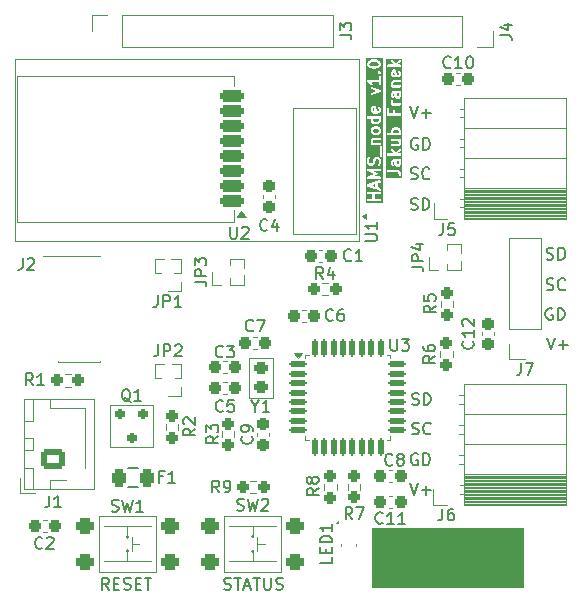
<source format=gto>
G04 #@! TF.GenerationSoftware,KiCad,Pcbnew,8.0.8*
G04 #@! TF.CreationDate,2025-01-30T19:33:48+01:00*
G04 #@! TF.ProjectId,HAMS_node,48414d53-5f6e-46f6-9465-2e6b69636164,rev?*
G04 #@! TF.SameCoordinates,Original*
G04 #@! TF.FileFunction,Legend,Top*
G04 #@! TF.FilePolarity,Positive*
%FSLAX46Y46*%
G04 Gerber Fmt 4.6, Leading zero omitted, Abs format (unit mm)*
G04 Created by KiCad (PCBNEW 8.0.8) date 2025-01-30 19:33:48*
%MOMM*%
%LPD*%
G01*
G04 APERTURE LIST*
G04 Aperture macros list*
%AMRoundRect*
0 Rectangle with rounded corners*
0 $1 Rounding radius*
0 $2 $3 $4 $5 $6 $7 $8 $9 X,Y pos of 4 corners*
0 Add a 4 corners polygon primitive as box body*
4,1,4,$2,$3,$4,$5,$6,$7,$8,$9,$2,$3,0*
0 Add four circle primitives for the rounded corners*
1,1,$1+$1,$2,$3*
1,1,$1+$1,$4,$5*
1,1,$1+$1,$6,$7*
1,1,$1+$1,$8,$9*
0 Add four rect primitives between the rounded corners*
20,1,$1+$1,$2,$3,$4,$5,0*
20,1,$1+$1,$4,$5,$6,$7,0*
20,1,$1+$1,$6,$7,$8,$9,0*
20,1,$1+$1,$8,$9,$2,$3,0*%
G04 Aperture macros list end*
%ADD10C,0.100000*%
%ADD11C,0.150000*%
%ADD12C,0.200000*%
%ADD13C,0.120000*%
%ADD14C,2.200000*%
%ADD15R,1.000000X1.000000*%
%ADD16O,1.000000X1.000000*%
%ADD17RoundRect,0.350000X0.450000X0.350000X-0.450000X0.350000X-0.450000X-0.350000X0.450000X-0.350000X0*%
%ADD18RoundRect,0.237500X0.250000X0.237500X-0.250000X0.237500X-0.250000X-0.237500X0.250000X-0.237500X0*%
%ADD19RoundRect,0.237500X0.300000X0.237500X-0.300000X0.237500X-0.300000X-0.237500X0.300000X-0.237500X0*%
%ADD20RoundRect,0.250000X0.350000X-0.275000X0.350000X0.275000X-0.350000X0.275000X-0.350000X-0.275000X0*%
%ADD21RoundRect,0.237500X-0.250000X-0.237500X0.250000X-0.237500X0.250000X0.237500X-0.250000X0.237500X0*%
%ADD22RoundRect,0.300000X0.300000X-0.450000X0.300000X0.450000X-0.300000X0.450000X-0.300000X-0.450000X0*%
%ADD23O,2.000000X1.700000*%
%ADD24RoundRect,0.250000X0.750000X-0.600000X0.750000X0.600000X-0.750000X0.600000X-0.750000X-0.600000X0*%
%ADD25C,1.200000*%
%ADD26R,1.700000X1.700000*%
%ADD27O,1.700000X1.700000*%
%ADD28RoundRect,0.125000X-0.625000X-0.125000X0.625000X-0.125000X0.625000X0.125000X-0.625000X0.125000X0*%
%ADD29RoundRect,0.125000X-0.125000X-0.625000X0.125000X-0.625000X0.125000X0.625000X-0.125000X0.625000X0*%
%ADD30RoundRect,0.237500X-0.237500X0.300000X-0.237500X-0.300000X0.237500X-0.300000X0.237500X0.300000X0*%
%ADD31RoundRect,0.237500X-0.300000X-0.237500X0.300000X-0.237500X0.300000X0.237500X-0.300000X0.237500X0*%
%ADD32RoundRect,0.237500X0.237500X-0.250000X0.237500X0.250000X-0.237500X0.250000X-0.237500X-0.250000X0*%
%ADD33R,0.600000X1.200000*%
%ADD34RoundRect,0.237500X0.237500X-0.300000X0.237500X0.300000X-0.237500X0.300000X-0.237500X-0.300000X0*%
%ADD35RoundRect,0.200000X-0.200000X0.250000X-0.200000X-0.250000X0.200000X-0.250000X0.200000X0.250000X0*%
%ADD36RoundRect,0.237500X-0.237500X0.250000X-0.237500X-0.250000X0.237500X-0.250000X0.237500X0.250000X0*%
%ADD37RoundRect,0.250000X0.750000X-0.250000X0.750000X0.250000X-0.750000X0.250000X-0.750000X-0.250000X0*%
%ADD38C,1.700000*%
%ADD39R,2.400000X0.740000*%
G04 APERTURE END LIST*
D10*
X197100000Y-101800000D02*
X209900000Y-101800000D01*
X209900000Y-106800000D01*
X197100000Y-106800000D01*
X197100000Y-101800000D01*
G36*
X197100000Y-101800000D02*
G01*
X209900000Y-101800000D01*
X209900000Y-106800000D01*
X197100000Y-106800000D01*
X197100000Y-101800000D01*
G37*
D11*
X200293922Y-97969819D02*
X200627255Y-98969819D01*
X200627255Y-98969819D02*
X200960588Y-97969819D01*
X201293922Y-98588866D02*
X202055827Y-98588866D01*
X201674874Y-98969819D02*
X201674874Y-98207914D01*
X200960588Y-68817438D02*
X200865350Y-68769819D01*
X200865350Y-68769819D02*
X200722493Y-68769819D01*
X200722493Y-68769819D02*
X200579636Y-68817438D01*
X200579636Y-68817438D02*
X200484398Y-68912676D01*
X200484398Y-68912676D02*
X200436779Y-69007914D01*
X200436779Y-69007914D02*
X200389160Y-69198390D01*
X200389160Y-69198390D02*
X200389160Y-69341247D01*
X200389160Y-69341247D02*
X200436779Y-69531723D01*
X200436779Y-69531723D02*
X200484398Y-69626961D01*
X200484398Y-69626961D02*
X200579636Y-69722200D01*
X200579636Y-69722200D02*
X200722493Y-69769819D01*
X200722493Y-69769819D02*
X200817731Y-69769819D01*
X200817731Y-69769819D02*
X200960588Y-69722200D01*
X200960588Y-69722200D02*
X201008207Y-69674580D01*
X201008207Y-69674580D02*
X201008207Y-69341247D01*
X201008207Y-69341247D02*
X200817731Y-69341247D01*
X201436779Y-69769819D02*
X201436779Y-68769819D01*
X201436779Y-68769819D02*
X201674874Y-68769819D01*
X201674874Y-68769819D02*
X201817731Y-68817438D01*
X201817731Y-68817438D02*
X201912969Y-68912676D01*
X201912969Y-68912676D02*
X201960588Y-69007914D01*
X201960588Y-69007914D02*
X202008207Y-69198390D01*
X202008207Y-69198390D02*
X202008207Y-69341247D01*
X202008207Y-69341247D02*
X201960588Y-69531723D01*
X201960588Y-69531723D02*
X201912969Y-69626961D01*
X201912969Y-69626961D02*
X201817731Y-69722200D01*
X201817731Y-69722200D02*
X201674874Y-69769819D01*
X201674874Y-69769819D02*
X201436779Y-69769819D01*
X211889160Y-81622200D02*
X212032017Y-81669819D01*
X212032017Y-81669819D02*
X212270112Y-81669819D01*
X212270112Y-81669819D02*
X212365350Y-81622200D01*
X212365350Y-81622200D02*
X212412969Y-81574580D01*
X212412969Y-81574580D02*
X212460588Y-81479342D01*
X212460588Y-81479342D02*
X212460588Y-81384104D01*
X212460588Y-81384104D02*
X212412969Y-81288866D01*
X212412969Y-81288866D02*
X212365350Y-81241247D01*
X212365350Y-81241247D02*
X212270112Y-81193628D01*
X212270112Y-81193628D02*
X212079636Y-81146009D01*
X212079636Y-81146009D02*
X211984398Y-81098390D01*
X211984398Y-81098390D02*
X211936779Y-81050771D01*
X211936779Y-81050771D02*
X211889160Y-80955533D01*
X211889160Y-80955533D02*
X211889160Y-80860295D01*
X211889160Y-80860295D02*
X211936779Y-80765057D01*
X211936779Y-80765057D02*
X211984398Y-80717438D01*
X211984398Y-80717438D02*
X212079636Y-80669819D01*
X212079636Y-80669819D02*
X212317731Y-80669819D01*
X212317731Y-80669819D02*
X212460588Y-80717438D01*
X213460588Y-81574580D02*
X213412969Y-81622200D01*
X213412969Y-81622200D02*
X213270112Y-81669819D01*
X213270112Y-81669819D02*
X213174874Y-81669819D01*
X213174874Y-81669819D02*
X213032017Y-81622200D01*
X213032017Y-81622200D02*
X212936779Y-81526961D01*
X212936779Y-81526961D02*
X212889160Y-81431723D01*
X212889160Y-81431723D02*
X212841541Y-81241247D01*
X212841541Y-81241247D02*
X212841541Y-81098390D01*
X212841541Y-81098390D02*
X212889160Y-80907914D01*
X212889160Y-80907914D02*
X212936779Y-80812676D01*
X212936779Y-80812676D02*
X213032017Y-80717438D01*
X213032017Y-80717438D02*
X213174874Y-80669819D01*
X213174874Y-80669819D02*
X213270112Y-80669819D01*
X213270112Y-80669819D02*
X213412969Y-80717438D01*
X213412969Y-80717438D02*
X213460588Y-80765057D01*
X211893922Y-85669819D02*
X212227255Y-86669819D01*
X212227255Y-86669819D02*
X212560588Y-85669819D01*
X212893922Y-86288866D02*
X213655827Y-86288866D01*
X213274874Y-86669819D02*
X213274874Y-85907914D01*
X211889160Y-79022200D02*
X212032017Y-79069819D01*
X212032017Y-79069819D02*
X212270112Y-79069819D01*
X212270112Y-79069819D02*
X212365350Y-79022200D01*
X212365350Y-79022200D02*
X212412969Y-78974580D01*
X212412969Y-78974580D02*
X212460588Y-78879342D01*
X212460588Y-78879342D02*
X212460588Y-78784104D01*
X212460588Y-78784104D02*
X212412969Y-78688866D01*
X212412969Y-78688866D02*
X212365350Y-78641247D01*
X212365350Y-78641247D02*
X212270112Y-78593628D01*
X212270112Y-78593628D02*
X212079636Y-78546009D01*
X212079636Y-78546009D02*
X211984398Y-78498390D01*
X211984398Y-78498390D02*
X211936779Y-78450771D01*
X211936779Y-78450771D02*
X211889160Y-78355533D01*
X211889160Y-78355533D02*
X211889160Y-78260295D01*
X211889160Y-78260295D02*
X211936779Y-78165057D01*
X211936779Y-78165057D02*
X211984398Y-78117438D01*
X211984398Y-78117438D02*
X212079636Y-78069819D01*
X212079636Y-78069819D02*
X212317731Y-78069819D01*
X212317731Y-78069819D02*
X212460588Y-78117438D01*
X212889160Y-79069819D02*
X212889160Y-78069819D01*
X212889160Y-78069819D02*
X213127255Y-78069819D01*
X213127255Y-78069819D02*
X213270112Y-78117438D01*
X213270112Y-78117438D02*
X213365350Y-78212676D01*
X213365350Y-78212676D02*
X213412969Y-78307914D01*
X213412969Y-78307914D02*
X213460588Y-78498390D01*
X213460588Y-78498390D02*
X213460588Y-78641247D01*
X213460588Y-78641247D02*
X213412969Y-78831723D01*
X213412969Y-78831723D02*
X213365350Y-78926961D01*
X213365350Y-78926961D02*
X213270112Y-79022200D01*
X213270112Y-79022200D02*
X213127255Y-79069819D01*
X213127255Y-79069819D02*
X212889160Y-79069819D01*
X200389160Y-74822200D02*
X200532017Y-74869819D01*
X200532017Y-74869819D02*
X200770112Y-74869819D01*
X200770112Y-74869819D02*
X200865350Y-74822200D01*
X200865350Y-74822200D02*
X200912969Y-74774580D01*
X200912969Y-74774580D02*
X200960588Y-74679342D01*
X200960588Y-74679342D02*
X200960588Y-74584104D01*
X200960588Y-74584104D02*
X200912969Y-74488866D01*
X200912969Y-74488866D02*
X200865350Y-74441247D01*
X200865350Y-74441247D02*
X200770112Y-74393628D01*
X200770112Y-74393628D02*
X200579636Y-74346009D01*
X200579636Y-74346009D02*
X200484398Y-74298390D01*
X200484398Y-74298390D02*
X200436779Y-74250771D01*
X200436779Y-74250771D02*
X200389160Y-74155533D01*
X200389160Y-74155533D02*
X200389160Y-74060295D01*
X200389160Y-74060295D02*
X200436779Y-73965057D01*
X200436779Y-73965057D02*
X200484398Y-73917438D01*
X200484398Y-73917438D02*
X200579636Y-73869819D01*
X200579636Y-73869819D02*
X200817731Y-73869819D01*
X200817731Y-73869819D02*
X200960588Y-73917438D01*
X201389160Y-74869819D02*
X201389160Y-73869819D01*
X201389160Y-73869819D02*
X201627255Y-73869819D01*
X201627255Y-73869819D02*
X201770112Y-73917438D01*
X201770112Y-73917438D02*
X201865350Y-74012676D01*
X201865350Y-74012676D02*
X201912969Y-74107914D01*
X201912969Y-74107914D02*
X201960588Y-74298390D01*
X201960588Y-74298390D02*
X201960588Y-74441247D01*
X201960588Y-74441247D02*
X201912969Y-74631723D01*
X201912969Y-74631723D02*
X201865350Y-74726961D01*
X201865350Y-74726961D02*
X201770112Y-74822200D01*
X201770112Y-74822200D02*
X201627255Y-74869819D01*
X201627255Y-74869819D02*
X201389160Y-74869819D01*
X200489160Y-91322200D02*
X200632017Y-91369819D01*
X200632017Y-91369819D02*
X200870112Y-91369819D01*
X200870112Y-91369819D02*
X200965350Y-91322200D01*
X200965350Y-91322200D02*
X201012969Y-91274580D01*
X201012969Y-91274580D02*
X201060588Y-91179342D01*
X201060588Y-91179342D02*
X201060588Y-91084104D01*
X201060588Y-91084104D02*
X201012969Y-90988866D01*
X201012969Y-90988866D02*
X200965350Y-90941247D01*
X200965350Y-90941247D02*
X200870112Y-90893628D01*
X200870112Y-90893628D02*
X200679636Y-90846009D01*
X200679636Y-90846009D02*
X200584398Y-90798390D01*
X200584398Y-90798390D02*
X200536779Y-90750771D01*
X200536779Y-90750771D02*
X200489160Y-90655533D01*
X200489160Y-90655533D02*
X200489160Y-90560295D01*
X200489160Y-90560295D02*
X200536779Y-90465057D01*
X200536779Y-90465057D02*
X200584398Y-90417438D01*
X200584398Y-90417438D02*
X200679636Y-90369819D01*
X200679636Y-90369819D02*
X200917731Y-90369819D01*
X200917731Y-90369819D02*
X201060588Y-90417438D01*
X201489160Y-91369819D02*
X201489160Y-90369819D01*
X201489160Y-90369819D02*
X201727255Y-90369819D01*
X201727255Y-90369819D02*
X201870112Y-90417438D01*
X201870112Y-90417438D02*
X201965350Y-90512676D01*
X201965350Y-90512676D02*
X202012969Y-90607914D01*
X202012969Y-90607914D02*
X202060588Y-90798390D01*
X202060588Y-90798390D02*
X202060588Y-90941247D01*
X202060588Y-90941247D02*
X202012969Y-91131723D01*
X202012969Y-91131723D02*
X201965350Y-91226961D01*
X201965350Y-91226961D02*
X201870112Y-91322200D01*
X201870112Y-91322200D02*
X201727255Y-91369819D01*
X201727255Y-91369819D02*
X201489160Y-91369819D01*
D12*
G36*
X197381504Y-72891583D02*
G01*
X197083446Y-72792231D01*
X197381504Y-72692878D01*
X197381504Y-72891583D01*
G37*
G36*
X197612746Y-68017275D02*
G01*
X197637414Y-68041942D01*
X197667219Y-68101552D01*
X197667219Y-68197195D01*
X197637414Y-68256804D01*
X197612746Y-68281471D01*
X197553135Y-68311278D01*
X197314635Y-68311278D01*
X197255025Y-68281473D01*
X197230357Y-68256804D01*
X197200552Y-68197194D01*
X197200552Y-68101552D01*
X197230357Y-68041942D01*
X197255025Y-68017273D01*
X197314635Y-67987469D01*
X197553135Y-67987469D01*
X197612746Y-68017275D01*
G37*
G36*
X197667219Y-67149171D02*
G01*
X197667219Y-67292433D01*
X197637414Y-67352042D01*
X197612746Y-67376709D01*
X197553135Y-67406516D01*
X197314635Y-67406516D01*
X197255025Y-67376711D01*
X197230357Y-67352042D01*
X197200552Y-67292432D01*
X197200552Y-67149171D01*
X197209975Y-67130326D01*
X197657796Y-67130326D01*
X197667219Y-67149171D01*
G37*
G36*
X197311905Y-66501754D02*
G01*
X197267016Y-66501754D01*
X197222707Y-66479599D01*
X197200552Y-66435289D01*
X197200552Y-66292028D01*
X197222707Y-66247718D01*
X197257607Y-66230268D01*
X197311905Y-66501754D01*
G37*
G36*
X197541837Y-62362772D02*
G01*
X197612746Y-62398227D01*
X197637414Y-62422894D01*
X197667219Y-62482504D01*
X197667219Y-62530528D01*
X197637414Y-62590137D01*
X197612746Y-62614804D01*
X197541837Y-62650259D01*
X197373956Y-62692230D01*
X197160480Y-62692230D01*
X196992599Y-62650259D01*
X196921692Y-62614806D01*
X196897024Y-62590137D01*
X196867219Y-62530527D01*
X196867219Y-62482504D01*
X196897024Y-62422894D01*
X196921692Y-62398225D01*
X196992599Y-62362772D01*
X197160480Y-62320802D01*
X197373956Y-62320802D01*
X197541837Y-62362772D01*
G37*
G36*
X198073568Y-74241437D02*
G01*
X196556108Y-74241437D01*
X196556108Y-73439389D01*
X196669140Y-73439389D01*
X196669140Y-73478407D01*
X196684072Y-73514455D01*
X196711662Y-73542045D01*
X196747710Y-73556977D01*
X196767219Y-73558898D01*
X197143409Y-73558898D01*
X197143409Y-73930326D01*
X196767219Y-73930326D01*
X196747710Y-73932247D01*
X196711662Y-73947179D01*
X196684072Y-73974769D01*
X196669140Y-74010817D01*
X196669140Y-74049835D01*
X196684072Y-74085883D01*
X196711662Y-74113473D01*
X196747710Y-74128405D01*
X196767219Y-74130326D01*
X197767219Y-74130326D01*
X197786728Y-74128405D01*
X197822776Y-74113473D01*
X197850366Y-74085883D01*
X197865298Y-74049835D01*
X197865298Y-74010817D01*
X197850366Y-73974769D01*
X197822776Y-73947179D01*
X197786728Y-73932247D01*
X197767219Y-73930326D01*
X197343409Y-73930326D01*
X197343409Y-73558898D01*
X197767219Y-73558898D01*
X197786728Y-73556977D01*
X197822776Y-73542045D01*
X197850366Y-73514455D01*
X197865298Y-73478407D01*
X197865298Y-73439389D01*
X197850366Y-73403341D01*
X197822776Y-73375751D01*
X197786728Y-73360819D01*
X197767219Y-73358898D01*
X196767219Y-73358898D01*
X196747710Y-73360819D01*
X196711662Y-73375751D01*
X196684072Y-73403341D01*
X196669140Y-73439389D01*
X196556108Y-73439389D01*
X196556108Y-72779724D01*
X196668004Y-72779724D01*
X196668892Y-72792231D01*
X196668004Y-72804738D01*
X196670263Y-72811516D01*
X196670770Y-72818644D01*
X196676376Y-72829856D01*
X196680342Y-72841754D01*
X196685025Y-72847153D01*
X196688220Y-72853543D01*
X196697691Y-72861758D01*
X196705907Y-72871230D01*
X196712296Y-72874424D01*
X196717696Y-72879108D01*
X196735596Y-72887099D01*
X197735596Y-73220432D01*
X197754711Y-73224779D01*
X197793631Y-73222013D01*
X197828530Y-73204563D01*
X197854095Y-73175087D01*
X197866434Y-73138071D01*
X197863667Y-73099151D01*
X197846218Y-73064252D01*
X197816742Y-73038687D01*
X197798841Y-73030696D01*
X197581504Y-72958250D01*
X197581504Y-72626211D01*
X197798841Y-72553766D01*
X197816742Y-72545775D01*
X197846218Y-72520210D01*
X197863667Y-72485311D01*
X197866434Y-72446391D01*
X197854095Y-72409375D01*
X197828530Y-72379899D01*
X197793631Y-72362449D01*
X197754711Y-72359683D01*
X197735596Y-72364030D01*
X196735596Y-72697363D01*
X196717696Y-72705354D01*
X196712296Y-72710037D01*
X196705907Y-72713232D01*
X196697691Y-72722703D01*
X196688220Y-72730919D01*
X196685025Y-72737308D01*
X196680342Y-72742708D01*
X196676376Y-72754605D01*
X196670770Y-72765818D01*
X196670263Y-72772945D01*
X196668004Y-72779724D01*
X196556108Y-72779724D01*
X196556108Y-71474081D01*
X196668378Y-71474081D01*
X196669140Y-71476176D01*
X196669140Y-71478407D01*
X196675784Y-71494448D01*
X196681713Y-71510750D01*
X196683218Y-71512393D01*
X196684072Y-71514455D01*
X196696345Y-71526728D01*
X196708064Y-71539525D01*
X196710708Y-71541091D01*
X196711662Y-71542045D01*
X196713843Y-71542948D01*
X196724930Y-71549516D01*
X197245034Y-71792231D01*
X196724930Y-72034946D01*
X196713843Y-72041513D01*
X196711662Y-72042417D01*
X196710708Y-72043370D01*
X196708064Y-72044937D01*
X196696345Y-72057733D01*
X196684072Y-72070007D01*
X196683218Y-72072068D01*
X196681713Y-72073712D01*
X196675784Y-72090013D01*
X196669140Y-72106055D01*
X196669140Y-72108285D01*
X196668378Y-72110381D01*
X196669140Y-72127720D01*
X196669140Y-72145073D01*
X196669993Y-72147132D01*
X196670091Y-72149361D01*
X196677432Y-72165091D01*
X196684072Y-72181121D01*
X196685648Y-72182697D01*
X196686592Y-72184719D01*
X196699388Y-72196437D01*
X196711662Y-72208711D01*
X196713723Y-72209564D01*
X196715367Y-72211070D01*
X196731668Y-72216998D01*
X196747710Y-72223643D01*
X196750768Y-72223944D01*
X196752036Y-72224405D01*
X196754395Y-72224301D01*
X196767219Y-72225564D01*
X197767219Y-72225564D01*
X197786728Y-72223643D01*
X197822776Y-72208711D01*
X197850366Y-72181121D01*
X197865298Y-72145073D01*
X197865298Y-72106055D01*
X197850366Y-72070007D01*
X197822776Y-72042417D01*
X197786728Y-72027485D01*
X197767219Y-72025564D01*
X197217975Y-72025564D01*
X197523793Y-71882849D01*
X197530934Y-71878618D01*
X197533356Y-71877738D01*
X197535068Y-71876169D01*
X197540659Y-71872858D01*
X197550919Y-71861653D01*
X197562132Y-71851386D01*
X197564011Y-71847358D01*
X197567011Y-71844083D01*
X197572202Y-71829807D01*
X197578632Y-71816029D01*
X197578827Y-71811588D01*
X197580345Y-71807414D01*
X197579677Y-71792231D01*
X197580345Y-71777048D01*
X197578827Y-71772873D01*
X197578632Y-71768433D01*
X197572202Y-71754654D01*
X197567011Y-71740379D01*
X197564011Y-71737103D01*
X197562132Y-71733076D01*
X197550919Y-71722808D01*
X197540659Y-71711604D01*
X197535068Y-71708292D01*
X197533356Y-71706724D01*
X197530934Y-71705843D01*
X197523793Y-71701613D01*
X197217975Y-71558898D01*
X197767219Y-71558898D01*
X197786728Y-71556977D01*
X197822776Y-71542045D01*
X197850366Y-71514455D01*
X197865298Y-71478407D01*
X197865298Y-71439389D01*
X197850366Y-71403341D01*
X197822776Y-71375751D01*
X197786728Y-71360819D01*
X197767219Y-71358898D01*
X196767219Y-71358898D01*
X196754395Y-71360160D01*
X196752036Y-71360057D01*
X196750768Y-71360517D01*
X196747710Y-71360819D01*
X196731668Y-71367463D01*
X196715367Y-71373392D01*
X196713723Y-71374897D01*
X196711662Y-71375751D01*
X196699388Y-71388024D01*
X196686592Y-71399743D01*
X196685648Y-71401764D01*
X196684072Y-71403341D01*
X196677432Y-71419370D01*
X196670091Y-71435101D01*
X196669993Y-71437329D01*
X196669140Y-71439389D01*
X196669140Y-71456741D01*
X196668378Y-71474081D01*
X196556108Y-71474081D01*
X196556108Y-70601755D01*
X196667219Y-70601755D01*
X196667219Y-70839850D01*
X196669140Y-70859359D01*
X196670515Y-70862679D01*
X196670770Y-70866263D01*
X196677776Y-70884571D01*
X196725395Y-70979809D01*
X196730680Y-70988205D01*
X196731691Y-70990645D01*
X196733944Y-70993391D01*
X196735838Y-70996399D01*
X196737832Y-70998128D01*
X196744127Y-71005799D01*
X196791746Y-71053417D01*
X196799412Y-71059709D01*
X196801145Y-71061707D01*
X196804153Y-71063600D01*
X196806899Y-71065854D01*
X196809339Y-71066864D01*
X196817736Y-71072150D01*
X196912973Y-71119769D01*
X196931282Y-71126775D01*
X196934865Y-71127029D01*
X196938186Y-71128405D01*
X196957695Y-71130326D01*
X197052933Y-71130326D01*
X197072442Y-71128405D01*
X197075762Y-71127029D01*
X197079346Y-71126775D01*
X197097654Y-71119769D01*
X197192892Y-71072150D01*
X197201288Y-71066864D01*
X197203728Y-71065854D01*
X197206474Y-71063600D01*
X197209482Y-71061707D01*
X197211211Y-71059712D01*
X197218882Y-71053418D01*
X197266500Y-71005799D01*
X197272792Y-70998132D01*
X197274790Y-70996400D01*
X197276683Y-70993391D01*
X197278937Y-70990646D01*
X197279947Y-70988205D01*
X197285233Y-70979809D01*
X197332852Y-70884572D01*
X197333398Y-70883143D01*
X197333828Y-70882564D01*
X197336749Y-70874387D01*
X197339858Y-70866263D01*
X197339909Y-70865542D01*
X197340423Y-70864104D01*
X197385379Y-70684278D01*
X197420833Y-70613371D01*
X197445501Y-70588702D01*
X197505111Y-70558898D01*
X197553135Y-70558898D01*
X197612746Y-70588704D01*
X197637414Y-70613371D01*
X197667219Y-70672981D01*
X197667219Y-70871242D01*
X197624732Y-70998703D01*
X197620385Y-71017819D01*
X197623151Y-71056739D01*
X197640601Y-71091638D01*
X197670077Y-71117203D01*
X197707093Y-71129541D01*
X197746013Y-71126775D01*
X197780912Y-71109325D01*
X197806477Y-71079849D01*
X197814468Y-71061949D01*
X197862087Y-70919092D01*
X197864286Y-70909419D01*
X197865298Y-70906978D01*
X197865646Y-70903440D01*
X197866434Y-70899977D01*
X197866246Y-70897342D01*
X197867219Y-70887469D01*
X197867219Y-70649374D01*
X197865298Y-70629865D01*
X197863922Y-70626544D01*
X197863668Y-70622961D01*
X197856662Y-70604652D01*
X197809043Y-70509415D01*
X197803757Y-70501018D01*
X197802747Y-70498578D01*
X197800493Y-70495832D01*
X197798600Y-70492824D01*
X197796603Y-70491092D01*
X197790310Y-70483424D01*
X197742690Y-70435806D01*
X197735020Y-70429511D01*
X197733291Y-70427517D01*
X197730286Y-70425625D01*
X197727537Y-70423369D01*
X197725093Y-70422357D01*
X197716701Y-70417074D01*
X197621463Y-70369455D01*
X197603155Y-70362449D01*
X197599571Y-70362194D01*
X197596251Y-70360819D01*
X197576742Y-70358898D01*
X197481504Y-70358898D01*
X197461995Y-70360819D01*
X197458674Y-70362194D01*
X197455091Y-70362449D01*
X197436782Y-70369455D01*
X197341545Y-70417074D01*
X197333148Y-70422359D01*
X197330708Y-70423370D01*
X197327962Y-70425623D01*
X197324954Y-70427517D01*
X197323221Y-70429514D01*
X197315555Y-70435807D01*
X197267936Y-70483425D01*
X197261641Y-70491095D01*
X197259647Y-70492825D01*
X197257753Y-70495832D01*
X197255500Y-70498579D01*
X197254489Y-70501018D01*
X197249204Y-70509415D01*
X197201585Y-70604653D01*
X197201039Y-70606079D01*
X197200609Y-70606660D01*
X197197687Y-70614836D01*
X197194579Y-70622961D01*
X197194527Y-70623683D01*
X197194014Y-70625121D01*
X197149057Y-70804945D01*
X197113604Y-70875852D01*
X197088935Y-70900520D01*
X197029326Y-70930326D01*
X196981302Y-70930326D01*
X196921692Y-70900521D01*
X196897024Y-70875852D01*
X196867219Y-70816242D01*
X196867219Y-70617982D01*
X196909706Y-70490521D01*
X196914053Y-70471406D01*
X196911287Y-70432486D01*
X196893837Y-70397587D01*
X196864361Y-70372022D01*
X196827345Y-70359683D01*
X196788425Y-70362450D01*
X196753526Y-70379899D01*
X196727961Y-70409375D01*
X196719970Y-70427276D01*
X196672351Y-70570132D01*
X196670151Y-70579803D01*
X196669140Y-70582246D01*
X196668791Y-70585784D01*
X196668004Y-70589248D01*
X196668191Y-70591881D01*
X196667219Y-70601755D01*
X196556108Y-70601755D01*
X196556108Y-69506517D01*
X197762457Y-69506517D01*
X197762457Y-70268422D01*
X197764378Y-70287931D01*
X197779310Y-70323979D01*
X197806900Y-70351569D01*
X197842948Y-70366501D01*
X197881966Y-70366501D01*
X197918014Y-70351569D01*
X197945604Y-70323979D01*
X197960536Y-70287931D01*
X197962457Y-70268422D01*
X197962457Y-69506517D01*
X197960536Y-69487008D01*
X197945604Y-69450960D01*
X197918014Y-69423370D01*
X197881966Y-69408438D01*
X197842948Y-69408438D01*
X197806900Y-69423370D01*
X197779310Y-69450960D01*
X197764378Y-69487008D01*
X197762457Y-69506517D01*
X196556108Y-69506517D01*
X196556108Y-68982707D01*
X197000552Y-68982707D01*
X197000552Y-69125564D01*
X197002473Y-69145073D01*
X197003848Y-69148393D01*
X197004103Y-69151977D01*
X197011109Y-69170285D01*
X197027400Y-69202868D01*
X197017405Y-69212864D01*
X197002473Y-69248912D01*
X197002473Y-69287930D01*
X197017405Y-69323978D01*
X197044995Y-69351568D01*
X197081043Y-69366500D01*
X197100552Y-69368421D01*
X197767219Y-69368421D01*
X197786728Y-69366500D01*
X197822776Y-69351568D01*
X197850366Y-69323978D01*
X197865298Y-69287930D01*
X197865298Y-69248912D01*
X197850366Y-69212864D01*
X197822776Y-69185274D01*
X197786728Y-69170342D01*
X197767219Y-69168421D01*
X197237212Y-69168421D01*
X197230357Y-69161566D01*
X197200552Y-69101956D01*
X197200552Y-69006314D01*
X197222707Y-68962004D01*
X197267016Y-68939850D01*
X197767219Y-68939850D01*
X197786728Y-68937929D01*
X197822776Y-68922997D01*
X197850366Y-68895407D01*
X197865298Y-68859359D01*
X197865298Y-68820341D01*
X197850366Y-68784293D01*
X197822776Y-68756703D01*
X197786728Y-68741771D01*
X197767219Y-68739850D01*
X197243409Y-68739850D01*
X197223900Y-68741771D01*
X197220579Y-68743146D01*
X197216996Y-68743401D01*
X197198687Y-68750407D01*
X197103450Y-68798026D01*
X197100186Y-68800080D01*
X197098648Y-68800593D01*
X197096732Y-68802254D01*
X197086859Y-68808469D01*
X197078641Y-68817944D01*
X197069171Y-68826158D01*
X197062957Y-68836029D01*
X197061295Y-68837946D01*
X197060781Y-68839484D01*
X197058728Y-68842748D01*
X197011109Y-68937986D01*
X197004103Y-68956294D01*
X197003848Y-68959877D01*
X197002473Y-68963198D01*
X197000552Y-68982707D01*
X196556108Y-68982707D01*
X196556108Y-68077945D01*
X197000552Y-68077945D01*
X197000552Y-68220802D01*
X197002473Y-68240311D01*
X197003848Y-68243631D01*
X197004103Y-68247215D01*
X197011109Y-68265523D01*
X197058728Y-68360761D01*
X197064013Y-68369157D01*
X197065024Y-68371597D01*
X197067277Y-68374343D01*
X197069171Y-68377351D01*
X197071165Y-68379080D01*
X197077460Y-68386751D01*
X197125079Y-68434369D01*
X197132745Y-68440661D01*
X197134478Y-68442659D01*
X197137486Y-68444552D01*
X197140232Y-68446806D01*
X197142672Y-68447816D01*
X197151069Y-68453102D01*
X197246306Y-68500721D01*
X197264615Y-68507727D01*
X197268198Y-68507981D01*
X197271519Y-68509357D01*
X197291028Y-68511278D01*
X197576742Y-68511278D01*
X197596251Y-68509357D01*
X197599571Y-68507981D01*
X197603155Y-68507727D01*
X197621463Y-68500721D01*
X197716701Y-68453102D01*
X197725093Y-68447818D01*
X197727537Y-68446807D01*
X197730286Y-68444550D01*
X197733291Y-68442659D01*
X197735020Y-68440664D01*
X197742690Y-68434370D01*
X197790310Y-68386752D01*
X197796603Y-68379083D01*
X197798600Y-68377352D01*
X197800493Y-68374343D01*
X197802747Y-68371598D01*
X197803757Y-68369157D01*
X197809043Y-68360761D01*
X197856662Y-68265524D01*
X197863668Y-68247215D01*
X197863922Y-68243631D01*
X197865298Y-68240311D01*
X197867219Y-68220802D01*
X197867219Y-68077945D01*
X197865298Y-68058436D01*
X197863922Y-68055115D01*
X197863668Y-68051532D01*
X197856662Y-68033223D01*
X197809043Y-67937986D01*
X197803757Y-67929589D01*
X197802747Y-67927149D01*
X197800493Y-67924403D01*
X197798600Y-67921395D01*
X197796603Y-67919663D01*
X197790310Y-67911995D01*
X197742690Y-67864377D01*
X197735020Y-67858082D01*
X197733291Y-67856088D01*
X197730286Y-67854196D01*
X197727537Y-67851940D01*
X197725093Y-67850928D01*
X197716701Y-67845645D01*
X197621463Y-67798026D01*
X197603155Y-67791020D01*
X197599571Y-67790765D01*
X197596251Y-67789390D01*
X197576742Y-67787469D01*
X197291028Y-67787469D01*
X197271519Y-67789390D01*
X197268198Y-67790765D01*
X197264615Y-67791020D01*
X197246306Y-67798026D01*
X197151069Y-67845645D01*
X197142672Y-67850930D01*
X197140232Y-67851941D01*
X197137486Y-67854194D01*
X197134478Y-67856088D01*
X197132745Y-67858085D01*
X197125079Y-67864378D01*
X197077460Y-67911996D01*
X197071165Y-67919666D01*
X197069171Y-67921396D01*
X197067277Y-67924403D01*
X197065024Y-67927150D01*
X197064013Y-67929589D01*
X197058728Y-67937986D01*
X197011109Y-68033224D01*
X197004103Y-68051532D01*
X197003848Y-68055115D01*
X197002473Y-68058436D01*
X197000552Y-68077945D01*
X196556108Y-68077945D01*
X196556108Y-67010817D01*
X196669140Y-67010817D01*
X196669140Y-67049835D01*
X196684072Y-67085883D01*
X196711662Y-67113473D01*
X196747710Y-67128405D01*
X196767219Y-67130326D01*
X197000552Y-67130326D01*
X197000552Y-67316040D01*
X197002473Y-67335549D01*
X197003848Y-67338869D01*
X197004103Y-67342453D01*
X197011109Y-67360761D01*
X197058728Y-67455999D01*
X197064013Y-67464395D01*
X197065024Y-67466835D01*
X197067277Y-67469581D01*
X197069171Y-67472589D01*
X197071165Y-67474318D01*
X197077460Y-67481989D01*
X197125079Y-67529607D01*
X197132745Y-67535899D01*
X197134478Y-67537897D01*
X197137486Y-67539790D01*
X197140232Y-67542044D01*
X197142672Y-67543054D01*
X197151069Y-67548340D01*
X197246306Y-67595959D01*
X197264615Y-67602965D01*
X197268198Y-67603219D01*
X197271519Y-67604595D01*
X197291028Y-67606516D01*
X197576742Y-67606516D01*
X197596251Y-67604595D01*
X197599571Y-67603219D01*
X197603155Y-67602965D01*
X197621463Y-67595959D01*
X197716701Y-67548340D01*
X197725093Y-67543056D01*
X197727537Y-67542045D01*
X197730286Y-67539788D01*
X197733291Y-67537897D01*
X197735020Y-67535902D01*
X197742690Y-67529608D01*
X197790310Y-67481990D01*
X197796603Y-67474321D01*
X197798600Y-67472590D01*
X197800493Y-67469581D01*
X197802747Y-67466836D01*
X197803757Y-67464395D01*
X197809043Y-67455999D01*
X197856662Y-67360762D01*
X197863668Y-67342453D01*
X197863922Y-67338869D01*
X197865298Y-67335549D01*
X197867219Y-67316040D01*
X197867219Y-67125564D01*
X197865298Y-67106055D01*
X197863922Y-67102734D01*
X197863668Y-67099151D01*
X197856662Y-67080842D01*
X197854360Y-67076239D01*
X197865298Y-67049835D01*
X197865298Y-67010817D01*
X197850366Y-66974769D01*
X197822776Y-66947179D01*
X197786728Y-66932247D01*
X197767219Y-66930326D01*
X196767219Y-66930326D01*
X196747710Y-66932247D01*
X196711662Y-66947179D01*
X196684072Y-66974769D01*
X196669140Y-67010817D01*
X196556108Y-67010817D01*
X196556108Y-66268421D01*
X197000552Y-66268421D01*
X197000552Y-66458897D01*
X197002473Y-66478406D01*
X197003848Y-66481726D01*
X197004103Y-66485310D01*
X197011109Y-66503618D01*
X197058728Y-66598856D01*
X197060781Y-66602119D01*
X197061295Y-66603658D01*
X197062957Y-66605574D01*
X197069171Y-66615446D01*
X197078641Y-66623659D01*
X197086859Y-66633135D01*
X197096732Y-66639349D01*
X197098648Y-66641011D01*
X197100186Y-66641523D01*
X197103450Y-66643578D01*
X197198687Y-66691197D01*
X197216996Y-66698203D01*
X197220579Y-66698457D01*
X197223900Y-66699833D01*
X197243409Y-66701754D01*
X197433990Y-66701754D01*
X197624361Y-66701754D01*
X197643870Y-66699833D01*
X197647190Y-66698457D01*
X197650773Y-66698203D01*
X197669082Y-66691197D01*
X197764321Y-66643578D01*
X197767584Y-66641524D01*
X197769123Y-66641011D01*
X197771039Y-66639348D01*
X197780911Y-66633135D01*
X197789125Y-66623663D01*
X197798600Y-66615447D01*
X197804812Y-66605576D01*
X197806476Y-66603659D01*
X197806989Y-66602118D01*
X197809043Y-66598856D01*
X197856662Y-66503619D01*
X197863668Y-66485310D01*
X197863922Y-66481726D01*
X197865298Y-66478406D01*
X197867219Y-66458897D01*
X197867219Y-66268421D01*
X197865298Y-66248912D01*
X197863922Y-66245591D01*
X197863668Y-66242008D01*
X197856662Y-66223699D01*
X197809043Y-66128462D01*
X197798600Y-66111871D01*
X197769123Y-66086307D01*
X197732107Y-66073968D01*
X197693187Y-66076734D01*
X197658288Y-66094183D01*
X197632724Y-66123660D01*
X197620385Y-66160676D01*
X197623151Y-66199596D01*
X197630157Y-66217904D01*
X197667219Y-66292028D01*
X197667219Y-66435290D01*
X197645064Y-66479599D01*
X197600754Y-66501754D01*
X197515865Y-66501754D01*
X197436705Y-66105952D01*
X197430995Y-66087199D01*
X197425543Y-66079058D01*
X197421794Y-66070007D01*
X197414794Y-66063007D01*
X197409284Y-66054779D01*
X197401130Y-66049343D01*
X197394204Y-66042417D01*
X197385057Y-66038628D01*
X197376819Y-66033136D01*
X197367208Y-66031234D01*
X197358156Y-66027485D01*
X197338647Y-66025564D01*
X197243409Y-66025564D01*
X197223900Y-66027485D01*
X197220579Y-66028860D01*
X197216996Y-66029115D01*
X197198687Y-66036121D01*
X197103450Y-66083740D01*
X197100186Y-66085794D01*
X197098648Y-66086307D01*
X197096732Y-66087968D01*
X197086859Y-66094183D01*
X197078641Y-66103658D01*
X197069171Y-66111872D01*
X197062957Y-66121743D01*
X197061295Y-66123660D01*
X197060781Y-66125198D01*
X197058728Y-66128462D01*
X197011109Y-66223700D01*
X197004103Y-66242008D01*
X197003848Y-66245591D01*
X197002473Y-66248912D01*
X197000552Y-66268421D01*
X196556108Y-66268421D01*
X196556108Y-64539520D01*
X197001625Y-64539520D01*
X197003563Y-64578490D01*
X197020266Y-64613752D01*
X197049192Y-64639939D01*
X197066918Y-64648309D01*
X197469897Y-64792230D01*
X197066918Y-64936151D01*
X197049192Y-64944521D01*
X197020266Y-64970708D01*
X197003563Y-65005970D01*
X197001625Y-65044940D01*
X197014748Y-65081685D01*
X197040935Y-65110611D01*
X197076197Y-65127314D01*
X197115167Y-65129252D01*
X197134186Y-65124499D01*
X197800852Y-64886404D01*
X197818579Y-64878034D01*
X197822301Y-64874663D01*
X197826836Y-64872516D01*
X197836657Y-64861666D01*
X197847504Y-64851847D01*
X197849651Y-64847312D01*
X197853022Y-64843590D01*
X197857943Y-64829808D01*
X197864208Y-64816585D01*
X197864457Y-64811570D01*
X197866145Y-64806845D01*
X197865418Y-64792230D01*
X197866145Y-64777615D01*
X197864457Y-64772889D01*
X197864208Y-64767875D01*
X197857943Y-64754651D01*
X197853022Y-64740870D01*
X197849651Y-64737147D01*
X197847504Y-64732613D01*
X197836657Y-64722793D01*
X197826836Y-64711944D01*
X197822301Y-64709796D01*
X197818579Y-64706426D01*
X197800852Y-64698056D01*
X197134186Y-64459961D01*
X197115167Y-64455208D01*
X197076197Y-64457146D01*
X197040935Y-64473849D01*
X197014748Y-64502775D01*
X197001625Y-64539520D01*
X196556108Y-64539520D01*
X196556108Y-63935192D01*
X196667219Y-63935192D01*
X196669140Y-63944797D01*
X196669140Y-63954596D01*
X196672929Y-63963744D01*
X196674871Y-63973452D01*
X196680322Y-63981592D01*
X196684072Y-63990644D01*
X196691071Y-63997643D01*
X196696582Y-64005872D01*
X196711588Y-64018160D01*
X196711662Y-64018234D01*
X196711694Y-64018247D01*
X196711749Y-64018292D01*
X196846365Y-64108036D01*
X196923129Y-64184800D01*
X196963490Y-64265522D01*
X196973933Y-64282112D01*
X197003410Y-64307677D01*
X197040426Y-64320015D01*
X197079346Y-64317250D01*
X197114244Y-64299801D01*
X197139809Y-64270324D01*
X197152148Y-64233308D01*
X197149382Y-64194388D01*
X197142376Y-64176079D01*
X197094757Y-64080842D01*
X197089470Y-64072443D01*
X197088461Y-64070006D01*
X197086209Y-64067262D01*
X197084314Y-64064251D01*
X197082316Y-64062518D01*
X197076025Y-64054852D01*
X197056260Y-64035087D01*
X197667219Y-64035087D01*
X197667219Y-64220801D01*
X197669140Y-64240310D01*
X197684072Y-64276358D01*
X197711662Y-64303948D01*
X197747710Y-64318880D01*
X197786728Y-64318880D01*
X197822776Y-64303948D01*
X197850366Y-64276358D01*
X197865298Y-64240310D01*
X197867219Y-64220801D01*
X197867219Y-63649373D01*
X197865298Y-63629864D01*
X197850366Y-63593816D01*
X197822776Y-63566226D01*
X197786728Y-63551294D01*
X197747710Y-63551294D01*
X197711662Y-63566226D01*
X197684072Y-63593816D01*
X197669140Y-63629864D01*
X197667219Y-63649373D01*
X197667219Y-63835087D01*
X196767219Y-63835087D01*
X196767148Y-63835093D01*
X196767114Y-63835087D01*
X196767012Y-63835107D01*
X196747710Y-63837008D01*
X196738561Y-63840797D01*
X196728854Y-63842739D01*
X196720713Y-63848190D01*
X196711662Y-63851940D01*
X196704662Y-63858939D01*
X196696434Y-63864450D01*
X196690998Y-63872603D01*
X196684072Y-63879530D01*
X196680283Y-63888676D01*
X196674791Y-63896915D01*
X196672889Y-63906525D01*
X196669140Y-63915578D01*
X196669140Y-63925481D01*
X196667219Y-63935192D01*
X196556108Y-63935192D01*
X196556108Y-63201292D01*
X197573901Y-63201292D01*
X197573901Y-63240310D01*
X197575385Y-63243893D01*
X197588832Y-63276358D01*
X197588833Y-63276359D01*
X197601270Y-63291512D01*
X197648890Y-63339131D01*
X197664043Y-63351568D01*
X197689533Y-63362125D01*
X197700091Y-63366499D01*
X197700092Y-63366499D01*
X197739109Y-63366499D01*
X197760226Y-63357751D01*
X197775158Y-63351567D01*
X197775162Y-63351562D01*
X197790311Y-63339131D01*
X197837929Y-63291512D01*
X197850366Y-63276359D01*
X197861735Y-63248911D01*
X197865298Y-63240310D01*
X197865298Y-63201292D01*
X197850366Y-63165244D01*
X197850366Y-63165243D01*
X197837929Y-63150090D01*
X197790311Y-63102471D01*
X197775162Y-63090039D01*
X197775158Y-63090035D01*
X197760226Y-63083850D01*
X197739109Y-63075103D01*
X197700091Y-63075103D01*
X197689533Y-63079476D01*
X197664043Y-63090034D01*
X197648890Y-63102471D01*
X197601270Y-63150090D01*
X197588833Y-63165243D01*
X197588832Y-63165244D01*
X197578274Y-63190734D01*
X197573901Y-63201292D01*
X196556108Y-63201292D01*
X196556108Y-62458897D01*
X196667219Y-62458897D01*
X196667219Y-62554135D01*
X196669140Y-62573644D01*
X196670515Y-62576964D01*
X196670770Y-62580548D01*
X196677776Y-62598856D01*
X196725395Y-62694094D01*
X196730680Y-62702490D01*
X196731691Y-62704930D01*
X196733944Y-62707676D01*
X196735838Y-62710684D01*
X196737832Y-62712413D01*
X196744127Y-62720084D01*
X196791746Y-62767702D01*
X196799412Y-62773994D01*
X196801145Y-62775992D01*
X196804153Y-62777885D01*
X196806899Y-62780139D01*
X196809339Y-62781149D01*
X196817736Y-62786435D01*
X196912973Y-62834054D01*
X196914401Y-62834600D01*
X196914981Y-62835030D01*
X196923157Y-62837951D01*
X196931282Y-62841060D01*
X196932002Y-62841111D01*
X196933441Y-62841625D01*
X197123917Y-62889244D01*
X197127298Y-62889744D01*
X197128662Y-62890309D01*
X197136012Y-62891032D01*
X197143310Y-62892112D01*
X197144768Y-62891894D01*
X197148171Y-62892230D01*
X197386266Y-62892230D01*
X197389668Y-62891894D01*
X197391127Y-62892112D01*
X197398424Y-62891032D01*
X197405775Y-62890309D01*
X197407138Y-62889744D01*
X197410520Y-62889244D01*
X197600995Y-62841625D01*
X197602432Y-62841111D01*
X197603155Y-62841060D01*
X197611279Y-62837951D01*
X197619456Y-62835030D01*
X197620036Y-62834599D01*
X197621463Y-62834054D01*
X197716701Y-62786435D01*
X197725093Y-62781151D01*
X197727537Y-62780140D01*
X197730286Y-62777883D01*
X197733291Y-62775992D01*
X197735020Y-62773997D01*
X197742690Y-62767703D01*
X197790310Y-62720085D01*
X197796603Y-62712416D01*
X197798600Y-62710685D01*
X197800493Y-62707676D01*
X197802747Y-62704931D01*
X197803757Y-62702490D01*
X197809043Y-62694094D01*
X197856662Y-62598857D01*
X197863668Y-62580548D01*
X197863922Y-62576964D01*
X197865298Y-62573644D01*
X197867219Y-62554135D01*
X197867219Y-62458897D01*
X197865298Y-62439388D01*
X197863922Y-62436067D01*
X197863668Y-62432484D01*
X197856662Y-62414175D01*
X197809043Y-62318938D01*
X197803757Y-62310541D01*
X197802747Y-62308101D01*
X197800493Y-62305355D01*
X197798600Y-62302347D01*
X197796603Y-62300615D01*
X197790310Y-62292947D01*
X197742690Y-62245329D01*
X197735020Y-62239034D01*
X197733291Y-62237040D01*
X197730286Y-62235148D01*
X197727537Y-62232892D01*
X197725093Y-62231880D01*
X197716701Y-62226597D01*
X197621463Y-62178978D01*
X197620036Y-62178432D01*
X197619456Y-62178002D01*
X197611279Y-62175080D01*
X197603155Y-62171972D01*
X197602432Y-62171920D01*
X197600995Y-62171407D01*
X197410520Y-62123788D01*
X197407138Y-62123287D01*
X197405775Y-62122723D01*
X197398424Y-62121999D01*
X197391127Y-62120920D01*
X197389668Y-62121137D01*
X197386266Y-62120802D01*
X197148171Y-62120802D01*
X197144768Y-62121137D01*
X197143310Y-62120920D01*
X197136012Y-62121999D01*
X197128662Y-62122723D01*
X197127298Y-62123287D01*
X197123917Y-62123788D01*
X196933441Y-62171407D01*
X196932002Y-62171920D01*
X196931282Y-62171972D01*
X196923157Y-62175080D01*
X196914981Y-62178002D01*
X196914401Y-62178431D01*
X196912973Y-62178978D01*
X196817736Y-62226597D01*
X196809339Y-62231882D01*
X196806899Y-62232893D01*
X196804153Y-62235146D01*
X196801145Y-62237040D01*
X196799412Y-62239037D01*
X196791746Y-62245330D01*
X196744127Y-62292948D01*
X196737832Y-62300618D01*
X196735838Y-62302348D01*
X196733944Y-62305355D01*
X196731691Y-62308102D01*
X196730680Y-62310541D01*
X196725395Y-62318938D01*
X196677776Y-62414176D01*
X196670770Y-62432484D01*
X196670515Y-62436067D01*
X196669140Y-62439388D01*
X196667219Y-62458897D01*
X196556108Y-62458897D01*
X196556108Y-62009691D01*
X198073568Y-62009691D01*
X198073568Y-74241437D01*
G37*
D11*
X212360588Y-83217438D02*
X212265350Y-83169819D01*
X212265350Y-83169819D02*
X212122493Y-83169819D01*
X212122493Y-83169819D02*
X211979636Y-83217438D01*
X211979636Y-83217438D02*
X211884398Y-83312676D01*
X211884398Y-83312676D02*
X211836779Y-83407914D01*
X211836779Y-83407914D02*
X211789160Y-83598390D01*
X211789160Y-83598390D02*
X211789160Y-83741247D01*
X211789160Y-83741247D02*
X211836779Y-83931723D01*
X211836779Y-83931723D02*
X211884398Y-84026961D01*
X211884398Y-84026961D02*
X211979636Y-84122200D01*
X211979636Y-84122200D02*
X212122493Y-84169819D01*
X212122493Y-84169819D02*
X212217731Y-84169819D01*
X212217731Y-84169819D02*
X212360588Y-84122200D01*
X212360588Y-84122200D02*
X212408207Y-84074580D01*
X212408207Y-84074580D02*
X212408207Y-83741247D01*
X212408207Y-83741247D02*
X212217731Y-83741247D01*
X212836779Y-84169819D02*
X212836779Y-83169819D01*
X212836779Y-83169819D02*
X213074874Y-83169819D01*
X213074874Y-83169819D02*
X213217731Y-83217438D01*
X213217731Y-83217438D02*
X213312969Y-83312676D01*
X213312969Y-83312676D02*
X213360588Y-83407914D01*
X213360588Y-83407914D02*
X213408207Y-83598390D01*
X213408207Y-83598390D02*
X213408207Y-83741247D01*
X213408207Y-83741247D02*
X213360588Y-83931723D01*
X213360588Y-83931723D02*
X213312969Y-84026961D01*
X213312969Y-84026961D02*
X213217731Y-84122200D01*
X213217731Y-84122200D02*
X213074874Y-84169819D01*
X213074874Y-84169819D02*
X212836779Y-84169819D01*
X200293922Y-66069819D02*
X200627255Y-67069819D01*
X200627255Y-67069819D02*
X200960588Y-66069819D01*
X201293922Y-66688866D02*
X202055827Y-66688866D01*
X201674874Y-67069819D02*
X201674874Y-66307914D01*
X200960588Y-95517438D02*
X200865350Y-95469819D01*
X200865350Y-95469819D02*
X200722493Y-95469819D01*
X200722493Y-95469819D02*
X200579636Y-95517438D01*
X200579636Y-95517438D02*
X200484398Y-95612676D01*
X200484398Y-95612676D02*
X200436779Y-95707914D01*
X200436779Y-95707914D02*
X200389160Y-95898390D01*
X200389160Y-95898390D02*
X200389160Y-96041247D01*
X200389160Y-96041247D02*
X200436779Y-96231723D01*
X200436779Y-96231723D02*
X200484398Y-96326961D01*
X200484398Y-96326961D02*
X200579636Y-96422200D01*
X200579636Y-96422200D02*
X200722493Y-96469819D01*
X200722493Y-96469819D02*
X200817731Y-96469819D01*
X200817731Y-96469819D02*
X200960588Y-96422200D01*
X200960588Y-96422200D02*
X201008207Y-96374580D01*
X201008207Y-96374580D02*
X201008207Y-96041247D01*
X201008207Y-96041247D02*
X200817731Y-96041247D01*
X201436779Y-96469819D02*
X201436779Y-95469819D01*
X201436779Y-95469819D02*
X201674874Y-95469819D01*
X201674874Y-95469819D02*
X201817731Y-95517438D01*
X201817731Y-95517438D02*
X201912969Y-95612676D01*
X201912969Y-95612676D02*
X201960588Y-95707914D01*
X201960588Y-95707914D02*
X202008207Y-95898390D01*
X202008207Y-95898390D02*
X202008207Y-96041247D01*
X202008207Y-96041247D02*
X201960588Y-96231723D01*
X201960588Y-96231723D02*
X201912969Y-96326961D01*
X201912969Y-96326961D02*
X201817731Y-96422200D01*
X201817731Y-96422200D02*
X201674874Y-96469819D01*
X201674874Y-96469819D02*
X201436779Y-96469819D01*
X200489160Y-93822200D02*
X200632017Y-93869819D01*
X200632017Y-93869819D02*
X200870112Y-93869819D01*
X200870112Y-93869819D02*
X200965350Y-93822200D01*
X200965350Y-93822200D02*
X201012969Y-93774580D01*
X201012969Y-93774580D02*
X201060588Y-93679342D01*
X201060588Y-93679342D02*
X201060588Y-93584104D01*
X201060588Y-93584104D02*
X201012969Y-93488866D01*
X201012969Y-93488866D02*
X200965350Y-93441247D01*
X200965350Y-93441247D02*
X200870112Y-93393628D01*
X200870112Y-93393628D02*
X200679636Y-93346009D01*
X200679636Y-93346009D02*
X200584398Y-93298390D01*
X200584398Y-93298390D02*
X200536779Y-93250771D01*
X200536779Y-93250771D02*
X200489160Y-93155533D01*
X200489160Y-93155533D02*
X200489160Y-93060295D01*
X200489160Y-93060295D02*
X200536779Y-92965057D01*
X200536779Y-92965057D02*
X200584398Y-92917438D01*
X200584398Y-92917438D02*
X200679636Y-92869819D01*
X200679636Y-92869819D02*
X200917731Y-92869819D01*
X200917731Y-92869819D02*
X201060588Y-92917438D01*
X202060588Y-93774580D02*
X202012969Y-93822200D01*
X202012969Y-93822200D02*
X201870112Y-93869819D01*
X201870112Y-93869819D02*
X201774874Y-93869819D01*
X201774874Y-93869819D02*
X201632017Y-93822200D01*
X201632017Y-93822200D02*
X201536779Y-93726961D01*
X201536779Y-93726961D02*
X201489160Y-93631723D01*
X201489160Y-93631723D02*
X201441541Y-93441247D01*
X201441541Y-93441247D02*
X201441541Y-93298390D01*
X201441541Y-93298390D02*
X201489160Y-93107914D01*
X201489160Y-93107914D02*
X201536779Y-93012676D01*
X201536779Y-93012676D02*
X201632017Y-92917438D01*
X201632017Y-92917438D02*
X201774874Y-92869819D01*
X201774874Y-92869819D02*
X201870112Y-92869819D01*
X201870112Y-92869819D02*
X202012969Y-92917438D01*
X202012969Y-92917438D02*
X202060588Y-92965057D01*
X200389160Y-72222200D02*
X200532017Y-72269819D01*
X200532017Y-72269819D02*
X200770112Y-72269819D01*
X200770112Y-72269819D02*
X200865350Y-72222200D01*
X200865350Y-72222200D02*
X200912969Y-72174580D01*
X200912969Y-72174580D02*
X200960588Y-72079342D01*
X200960588Y-72079342D02*
X200960588Y-71984104D01*
X200960588Y-71984104D02*
X200912969Y-71888866D01*
X200912969Y-71888866D02*
X200865350Y-71841247D01*
X200865350Y-71841247D02*
X200770112Y-71793628D01*
X200770112Y-71793628D02*
X200579636Y-71746009D01*
X200579636Y-71746009D02*
X200484398Y-71698390D01*
X200484398Y-71698390D02*
X200436779Y-71650771D01*
X200436779Y-71650771D02*
X200389160Y-71555533D01*
X200389160Y-71555533D02*
X200389160Y-71460295D01*
X200389160Y-71460295D02*
X200436779Y-71365057D01*
X200436779Y-71365057D02*
X200484398Y-71317438D01*
X200484398Y-71317438D02*
X200579636Y-71269819D01*
X200579636Y-71269819D02*
X200817731Y-71269819D01*
X200817731Y-71269819D02*
X200960588Y-71317438D01*
X201960588Y-72174580D02*
X201912969Y-72222200D01*
X201912969Y-72222200D02*
X201770112Y-72269819D01*
X201770112Y-72269819D02*
X201674874Y-72269819D01*
X201674874Y-72269819D02*
X201532017Y-72222200D01*
X201532017Y-72222200D02*
X201436779Y-72126961D01*
X201436779Y-72126961D02*
X201389160Y-72031723D01*
X201389160Y-72031723D02*
X201341541Y-71841247D01*
X201341541Y-71841247D02*
X201341541Y-71698390D01*
X201341541Y-71698390D02*
X201389160Y-71507914D01*
X201389160Y-71507914D02*
X201436779Y-71412676D01*
X201436779Y-71412676D02*
X201532017Y-71317438D01*
X201532017Y-71317438D02*
X201674874Y-71269819D01*
X201674874Y-71269819D02*
X201770112Y-71269819D01*
X201770112Y-71269819D02*
X201912969Y-71317438D01*
X201912969Y-71317438D02*
X201960588Y-71365057D01*
X174808207Y-107019819D02*
X174474874Y-106543628D01*
X174236779Y-107019819D02*
X174236779Y-106019819D01*
X174236779Y-106019819D02*
X174617731Y-106019819D01*
X174617731Y-106019819D02*
X174712969Y-106067438D01*
X174712969Y-106067438D02*
X174760588Y-106115057D01*
X174760588Y-106115057D02*
X174808207Y-106210295D01*
X174808207Y-106210295D02*
X174808207Y-106353152D01*
X174808207Y-106353152D02*
X174760588Y-106448390D01*
X174760588Y-106448390D02*
X174712969Y-106496009D01*
X174712969Y-106496009D02*
X174617731Y-106543628D01*
X174617731Y-106543628D02*
X174236779Y-106543628D01*
X175236779Y-106496009D02*
X175570112Y-106496009D01*
X175712969Y-107019819D02*
X175236779Y-107019819D01*
X175236779Y-107019819D02*
X175236779Y-106019819D01*
X175236779Y-106019819D02*
X175712969Y-106019819D01*
X176093922Y-106972200D02*
X176236779Y-107019819D01*
X176236779Y-107019819D02*
X176474874Y-107019819D01*
X176474874Y-107019819D02*
X176570112Y-106972200D01*
X176570112Y-106972200D02*
X176617731Y-106924580D01*
X176617731Y-106924580D02*
X176665350Y-106829342D01*
X176665350Y-106829342D02*
X176665350Y-106734104D01*
X176665350Y-106734104D02*
X176617731Y-106638866D01*
X176617731Y-106638866D02*
X176570112Y-106591247D01*
X176570112Y-106591247D02*
X176474874Y-106543628D01*
X176474874Y-106543628D02*
X176284398Y-106496009D01*
X176284398Y-106496009D02*
X176189160Y-106448390D01*
X176189160Y-106448390D02*
X176141541Y-106400771D01*
X176141541Y-106400771D02*
X176093922Y-106305533D01*
X176093922Y-106305533D02*
X176093922Y-106210295D01*
X176093922Y-106210295D02*
X176141541Y-106115057D01*
X176141541Y-106115057D02*
X176189160Y-106067438D01*
X176189160Y-106067438D02*
X176284398Y-106019819D01*
X176284398Y-106019819D02*
X176522493Y-106019819D01*
X176522493Y-106019819D02*
X176665350Y-106067438D01*
X177093922Y-106496009D02*
X177427255Y-106496009D01*
X177570112Y-107019819D02*
X177093922Y-107019819D01*
X177093922Y-107019819D02*
X177093922Y-106019819D01*
X177093922Y-106019819D02*
X177570112Y-106019819D01*
X177855827Y-106019819D02*
X178427255Y-106019819D01*
X178141541Y-107019819D02*
X178141541Y-106019819D01*
D12*
G36*
X199367219Y-70758695D02*
G01*
X199367219Y-70949576D01*
X199345064Y-70993885D01*
X199300754Y-71016040D01*
X199252730Y-71016040D01*
X199208421Y-70993885D01*
X199186266Y-70949575D01*
X199186266Y-70739850D01*
X199357796Y-70739850D01*
X199367219Y-70758695D01*
G37*
G36*
X199312746Y-68102989D02*
G01*
X199337414Y-68127656D01*
X199367219Y-68187266D01*
X199367219Y-68330528D01*
X199357797Y-68349373D01*
X198909975Y-68349373D01*
X198900552Y-68330527D01*
X198900552Y-68187266D01*
X198930357Y-68127656D01*
X198955025Y-68102987D01*
X199014635Y-68073183D01*
X199253135Y-68073183D01*
X199312746Y-68102989D01*
G37*
G36*
X199367219Y-64996789D02*
G01*
X199367219Y-65187670D01*
X199345064Y-65231979D01*
X199300754Y-65254134D01*
X199252730Y-65254134D01*
X199208421Y-65231979D01*
X199186266Y-65187669D01*
X199186266Y-64977944D01*
X199357796Y-64977944D01*
X199367219Y-64996789D01*
G37*
G36*
X199011905Y-63444610D02*
G01*
X198967016Y-63444610D01*
X198922707Y-63422455D01*
X198900552Y-63378145D01*
X198900552Y-63234884D01*
X198922707Y-63190574D01*
X198957607Y-63173124D01*
X199011905Y-63444610D01*
G37*
G36*
X199678330Y-72134754D02*
G01*
X198256108Y-72134754D01*
X198256108Y-71525103D01*
X198369140Y-71525103D01*
X198369140Y-71564121D01*
X198384072Y-71600169D01*
X198411662Y-71627759D01*
X198447710Y-71642691D01*
X198467219Y-71644612D01*
X199165277Y-71644612D01*
X199270343Y-71679634D01*
X199332197Y-71741487D01*
X199367219Y-71846552D01*
X199367219Y-71925564D01*
X199369140Y-71945073D01*
X199384072Y-71981121D01*
X199411662Y-72008711D01*
X199447710Y-72023643D01*
X199486728Y-72023643D01*
X199522776Y-72008711D01*
X199550366Y-71981121D01*
X199565298Y-71945073D01*
X199567219Y-71925564D01*
X199567219Y-71830326D01*
X199566246Y-71820452D01*
X199566434Y-71817818D01*
X199565646Y-71814354D01*
X199565298Y-71810817D01*
X199564286Y-71808375D01*
X199562087Y-71798703D01*
X199514468Y-71655846D01*
X199506477Y-71637946D01*
X199504122Y-71635230D01*
X199502747Y-71631911D01*
X199490311Y-71616758D01*
X199395071Y-71521520D01*
X199379918Y-71509083D01*
X199376597Y-71507707D01*
X199373884Y-71505354D01*
X199355983Y-71497363D01*
X199213127Y-71449744D01*
X199203455Y-71447544D01*
X199201013Y-71446533D01*
X199197474Y-71446184D01*
X199194011Y-71445397D01*
X199191377Y-71445584D01*
X199181504Y-71444612D01*
X198467219Y-71444612D01*
X198447710Y-71446533D01*
X198411662Y-71461465D01*
X198384072Y-71489055D01*
X198369140Y-71525103D01*
X198256108Y-71525103D01*
X198256108Y-70782707D01*
X198700552Y-70782707D01*
X198700552Y-70973183D01*
X198702473Y-70992692D01*
X198703848Y-70996012D01*
X198704103Y-70999596D01*
X198711109Y-71017904D01*
X198758728Y-71113142D01*
X198769171Y-71129732D01*
X198798648Y-71155297D01*
X198835664Y-71167635D01*
X198874584Y-71164870D01*
X198909482Y-71147421D01*
X198935047Y-71117944D01*
X198947386Y-71080928D01*
X198944620Y-71042008D01*
X198937614Y-71023699D01*
X198900552Y-70949575D01*
X198900552Y-70806314D01*
X198922707Y-70762004D01*
X198967016Y-70739850D01*
X198976843Y-70739850D01*
X198986266Y-70758695D01*
X198986266Y-70973183D01*
X198988187Y-70992692D01*
X198989562Y-70996012D01*
X198989817Y-70999596D01*
X198996823Y-71017904D01*
X199044442Y-71113142D01*
X199046495Y-71116405D01*
X199047009Y-71117944D01*
X199048671Y-71119860D01*
X199054885Y-71129732D01*
X199064355Y-71137945D01*
X199072573Y-71147421D01*
X199082446Y-71153635D01*
X199084362Y-71155297D01*
X199085900Y-71155809D01*
X199089164Y-71157864D01*
X199184401Y-71205483D01*
X199202710Y-71212489D01*
X199206293Y-71212743D01*
X199209614Y-71214119D01*
X199229123Y-71216040D01*
X199324361Y-71216040D01*
X199343870Y-71214119D01*
X199347190Y-71212743D01*
X199350773Y-71212489D01*
X199369082Y-71205483D01*
X199464321Y-71157864D01*
X199467584Y-71155810D01*
X199469123Y-71155297D01*
X199471039Y-71153634D01*
X199480911Y-71147421D01*
X199489125Y-71137949D01*
X199498600Y-71129733D01*
X199504812Y-71119862D01*
X199506476Y-71117945D01*
X199506989Y-71116404D01*
X199509043Y-71113142D01*
X199556662Y-71017905D01*
X199563668Y-70999596D01*
X199563922Y-70996012D01*
X199565298Y-70992692D01*
X199567219Y-70973183D01*
X199567219Y-70735088D01*
X199565298Y-70715579D01*
X199563922Y-70712258D01*
X199563668Y-70708675D01*
X199556662Y-70690366D01*
X199554360Y-70685763D01*
X199565298Y-70659359D01*
X199565298Y-70620341D01*
X199550366Y-70584293D01*
X199522776Y-70556703D01*
X199486728Y-70541771D01*
X199467219Y-70539850D01*
X198943409Y-70539850D01*
X198923900Y-70541771D01*
X198920579Y-70543146D01*
X198916996Y-70543401D01*
X198898687Y-70550407D01*
X198803450Y-70598026D01*
X198800186Y-70600080D01*
X198798648Y-70600593D01*
X198796732Y-70602254D01*
X198786859Y-70608469D01*
X198778641Y-70617944D01*
X198769171Y-70626158D01*
X198762957Y-70636029D01*
X198761295Y-70637946D01*
X198760781Y-70639484D01*
X198758728Y-70642748D01*
X198711109Y-70737986D01*
X198704103Y-70756294D01*
X198703848Y-70759877D01*
X198702473Y-70763198D01*
X198700552Y-70782707D01*
X198256108Y-70782707D01*
X198256108Y-70144150D01*
X198369140Y-70144150D01*
X198369140Y-70183168D01*
X198384072Y-70219216D01*
X198411662Y-70246806D01*
X198447710Y-70261738D01*
X198467219Y-70263659D01*
X199467219Y-70263659D01*
X199486728Y-70261738D01*
X199522776Y-70246806D01*
X199550366Y-70219216D01*
X199565298Y-70183168D01*
X199565298Y-70144150D01*
X199550366Y-70108102D01*
X199522776Y-70080512D01*
X199486728Y-70065580D01*
X199467219Y-70063659D01*
X199259282Y-70063659D01*
X199527219Y-69862707D01*
X199541674Y-69849465D01*
X199561553Y-69815890D01*
X199567071Y-69777264D01*
X199557388Y-69739467D01*
X199533977Y-69708252D01*
X199500403Y-69688373D01*
X199461777Y-69682855D01*
X199423979Y-69692538D01*
X199407219Y-69702707D01*
X199095649Y-69936383D01*
X198871263Y-69711996D01*
X198856109Y-69699560D01*
X198820061Y-69684628D01*
X198781043Y-69684628D01*
X198744995Y-69699560D01*
X198717405Y-69727150D01*
X198702473Y-69763198D01*
X198702473Y-69802216D01*
X198717405Y-69838264D01*
X198729841Y-69853418D01*
X198940083Y-70063659D01*
X198467219Y-70063659D01*
X198447710Y-70065580D01*
X198411662Y-70080512D01*
X198384072Y-70108102D01*
X198369140Y-70144150D01*
X198256108Y-70144150D01*
X198256108Y-68906055D01*
X198702473Y-68906055D01*
X198702473Y-68945073D01*
X198717405Y-68981121D01*
X198744995Y-69008711D01*
X198781043Y-69023643D01*
X198800552Y-69025564D01*
X199330560Y-69025564D01*
X199337414Y-69032418D01*
X199367219Y-69092028D01*
X199367219Y-69187671D01*
X199345064Y-69231980D01*
X199300754Y-69254135D01*
X198800552Y-69254135D01*
X198781043Y-69256056D01*
X198744995Y-69270988D01*
X198717405Y-69298578D01*
X198702473Y-69334626D01*
X198702473Y-69373644D01*
X198717405Y-69409692D01*
X198744995Y-69437282D01*
X198781043Y-69452214D01*
X198800552Y-69454135D01*
X199324361Y-69454135D01*
X199343870Y-69452214D01*
X199347190Y-69450838D01*
X199350773Y-69450584D01*
X199369082Y-69443578D01*
X199464321Y-69395959D01*
X199467584Y-69393905D01*
X199469123Y-69393392D01*
X199471039Y-69391729D01*
X199480911Y-69385516D01*
X199489125Y-69376044D01*
X199498600Y-69367828D01*
X199504812Y-69357957D01*
X199506476Y-69356040D01*
X199506989Y-69354499D01*
X199509043Y-69351237D01*
X199556662Y-69256000D01*
X199563668Y-69237691D01*
X199563922Y-69234107D01*
X199565298Y-69230787D01*
X199567219Y-69211278D01*
X199567219Y-69068421D01*
X199565298Y-69048912D01*
X199563922Y-69045591D01*
X199563668Y-69042008D01*
X199556662Y-69023699D01*
X199540370Y-68991116D01*
X199550366Y-68981121D01*
X199565298Y-68945073D01*
X199565298Y-68906055D01*
X199550366Y-68870007D01*
X199522776Y-68842417D01*
X199486728Y-68827485D01*
X199467219Y-68825564D01*
X198800552Y-68825564D01*
X198781043Y-68827485D01*
X198744995Y-68842417D01*
X198717405Y-68870007D01*
X198702473Y-68906055D01*
X198256108Y-68906055D01*
X198256108Y-68429864D01*
X198369140Y-68429864D01*
X198369140Y-68468882D01*
X198384072Y-68504930D01*
X198411662Y-68532520D01*
X198447710Y-68547452D01*
X198467219Y-68549373D01*
X199467219Y-68549373D01*
X199486728Y-68547452D01*
X199522776Y-68532520D01*
X199550366Y-68504930D01*
X199565298Y-68468882D01*
X199565298Y-68429864D01*
X199554360Y-68403459D01*
X199556662Y-68398857D01*
X199563668Y-68380548D01*
X199563922Y-68376964D01*
X199565298Y-68373644D01*
X199567219Y-68354135D01*
X199567219Y-68163659D01*
X199565298Y-68144150D01*
X199563922Y-68140829D01*
X199563668Y-68137246D01*
X199556662Y-68118937D01*
X199509043Y-68023700D01*
X199503757Y-68015303D01*
X199502747Y-68012863D01*
X199500493Y-68010117D01*
X199498600Y-68007109D01*
X199496603Y-68005377D01*
X199490310Y-67997709D01*
X199442690Y-67950091D01*
X199435020Y-67943796D01*
X199433291Y-67941802D01*
X199430286Y-67939910D01*
X199427537Y-67937654D01*
X199425093Y-67936642D01*
X199416701Y-67931359D01*
X199321463Y-67883740D01*
X199303155Y-67876734D01*
X199299571Y-67876479D01*
X199296251Y-67875104D01*
X199276742Y-67873183D01*
X198991028Y-67873183D01*
X198971519Y-67875104D01*
X198968198Y-67876479D01*
X198964615Y-67876734D01*
X198946306Y-67883740D01*
X198851069Y-67931359D01*
X198842672Y-67936644D01*
X198840232Y-67937655D01*
X198837486Y-67939908D01*
X198834478Y-67941802D01*
X198832745Y-67943799D01*
X198825079Y-67950092D01*
X198777460Y-67997710D01*
X198771165Y-68005380D01*
X198769171Y-68007110D01*
X198767277Y-68010117D01*
X198765024Y-68012864D01*
X198764013Y-68015303D01*
X198758728Y-68023700D01*
X198711109Y-68118938D01*
X198704103Y-68137246D01*
X198703848Y-68140829D01*
X198702473Y-68144150D01*
X198700552Y-68163659D01*
X198700552Y-68349373D01*
X198467219Y-68349373D01*
X198447710Y-68351294D01*
X198411662Y-68366226D01*
X198384072Y-68393816D01*
X198369140Y-68429864D01*
X198256108Y-68429864D01*
X198256108Y-66306516D01*
X198367219Y-66306516D01*
X198367219Y-66782706D01*
X198369140Y-66802215D01*
X198384072Y-66838263D01*
X198411662Y-66865853D01*
X198447710Y-66880785D01*
X198467219Y-66882706D01*
X199467219Y-66882706D01*
X199486728Y-66880785D01*
X199522776Y-66865853D01*
X199550366Y-66838263D01*
X199565298Y-66802215D01*
X199565298Y-66763197D01*
X199550366Y-66727149D01*
X199522776Y-66699559D01*
X199486728Y-66684627D01*
X199467219Y-66682706D01*
X199043409Y-66682706D01*
X199043409Y-66449373D01*
X199041488Y-66429864D01*
X199026556Y-66393816D01*
X198998966Y-66366226D01*
X198962918Y-66351294D01*
X198923900Y-66351294D01*
X198887852Y-66366226D01*
X198860262Y-66393816D01*
X198845330Y-66429864D01*
X198843409Y-66449373D01*
X198843409Y-66682706D01*
X198567219Y-66682706D01*
X198567219Y-66306516D01*
X198565298Y-66287007D01*
X198550366Y-66250959D01*
X198522776Y-66223369D01*
X198486728Y-66208437D01*
X198447710Y-66208437D01*
X198411662Y-66223369D01*
X198384072Y-66250959D01*
X198369140Y-66287007D01*
X198367219Y-66306516D01*
X198256108Y-66306516D01*
X198256108Y-65639849D01*
X198700552Y-65639849D01*
X198700552Y-65735087D01*
X198702473Y-65754596D01*
X198703848Y-65757916D01*
X198704103Y-65761500D01*
X198711109Y-65779808D01*
X198743273Y-65844137D01*
X198717405Y-65870006D01*
X198702473Y-65906054D01*
X198702473Y-65945072D01*
X198717405Y-65981120D01*
X198744995Y-66008710D01*
X198781043Y-66023642D01*
X198800552Y-66025563D01*
X199467219Y-66025563D01*
X199486728Y-66023642D01*
X199522776Y-66008710D01*
X199550366Y-65981120D01*
X199565298Y-65945072D01*
X199565298Y-65906054D01*
X199550366Y-65870006D01*
X199522776Y-65842416D01*
X199486728Y-65827484D01*
X199467219Y-65825563D01*
X199014635Y-65825563D01*
X198955025Y-65795758D01*
X198930357Y-65771089D01*
X198900552Y-65711479D01*
X198900552Y-65639849D01*
X198898631Y-65620340D01*
X198883699Y-65584292D01*
X198856109Y-65556702D01*
X198820061Y-65541770D01*
X198781043Y-65541770D01*
X198744995Y-65556702D01*
X198717405Y-65584292D01*
X198702473Y-65620340D01*
X198700552Y-65639849D01*
X198256108Y-65639849D01*
X198256108Y-65020801D01*
X198700552Y-65020801D01*
X198700552Y-65211277D01*
X198702473Y-65230786D01*
X198703848Y-65234106D01*
X198704103Y-65237690D01*
X198711109Y-65255998D01*
X198758728Y-65351236D01*
X198769171Y-65367826D01*
X198798648Y-65393391D01*
X198835664Y-65405729D01*
X198874584Y-65402964D01*
X198909482Y-65385515D01*
X198935047Y-65356038D01*
X198947386Y-65319022D01*
X198944620Y-65280102D01*
X198937614Y-65261793D01*
X198900552Y-65187669D01*
X198900552Y-65044408D01*
X198922707Y-65000098D01*
X198967016Y-64977944D01*
X198976843Y-64977944D01*
X198986266Y-64996789D01*
X198986266Y-65211277D01*
X198988187Y-65230786D01*
X198989562Y-65234106D01*
X198989817Y-65237690D01*
X198996823Y-65255998D01*
X199044442Y-65351236D01*
X199046495Y-65354499D01*
X199047009Y-65356038D01*
X199048671Y-65357954D01*
X199054885Y-65367826D01*
X199064355Y-65376039D01*
X199072573Y-65385515D01*
X199082446Y-65391729D01*
X199084362Y-65393391D01*
X199085900Y-65393903D01*
X199089164Y-65395958D01*
X199184401Y-65443577D01*
X199202710Y-65450583D01*
X199206293Y-65450837D01*
X199209614Y-65452213D01*
X199229123Y-65454134D01*
X199324361Y-65454134D01*
X199343870Y-65452213D01*
X199347190Y-65450837D01*
X199350773Y-65450583D01*
X199369082Y-65443577D01*
X199464321Y-65395958D01*
X199467584Y-65393904D01*
X199469123Y-65393391D01*
X199471039Y-65391728D01*
X199480911Y-65385515D01*
X199489125Y-65376043D01*
X199498600Y-65367827D01*
X199504812Y-65357956D01*
X199506476Y-65356039D01*
X199506989Y-65354498D01*
X199509043Y-65351236D01*
X199556662Y-65255999D01*
X199563668Y-65237690D01*
X199563922Y-65234106D01*
X199565298Y-65230786D01*
X199567219Y-65211277D01*
X199567219Y-64973182D01*
X199565298Y-64953673D01*
X199563922Y-64950352D01*
X199563668Y-64946769D01*
X199556662Y-64928460D01*
X199554360Y-64923857D01*
X199565298Y-64897453D01*
X199565298Y-64858435D01*
X199550366Y-64822387D01*
X199522776Y-64794797D01*
X199486728Y-64779865D01*
X199467219Y-64777944D01*
X198943409Y-64777944D01*
X198923900Y-64779865D01*
X198920579Y-64781240D01*
X198916996Y-64781495D01*
X198898687Y-64788501D01*
X198803450Y-64836120D01*
X198800186Y-64838174D01*
X198798648Y-64838687D01*
X198796732Y-64840348D01*
X198786859Y-64846563D01*
X198778641Y-64856038D01*
X198769171Y-64864252D01*
X198762957Y-64874123D01*
X198761295Y-64876040D01*
X198760781Y-64877578D01*
X198758728Y-64880842D01*
X198711109Y-64976080D01*
X198704103Y-64994388D01*
X198703848Y-64997971D01*
X198702473Y-65001292D01*
X198700552Y-65020801D01*
X198256108Y-65020801D01*
X198256108Y-64116039D01*
X198700552Y-64116039D01*
X198700552Y-64258896D01*
X198702473Y-64278405D01*
X198703848Y-64281725D01*
X198704103Y-64285309D01*
X198711109Y-64303617D01*
X198727400Y-64336200D01*
X198717405Y-64346196D01*
X198702473Y-64382244D01*
X198702473Y-64421262D01*
X198717405Y-64457310D01*
X198744995Y-64484900D01*
X198781043Y-64499832D01*
X198800552Y-64501753D01*
X199467219Y-64501753D01*
X199486728Y-64499832D01*
X199522776Y-64484900D01*
X199550366Y-64457310D01*
X199565298Y-64421262D01*
X199565298Y-64382244D01*
X199550366Y-64346196D01*
X199522776Y-64318606D01*
X199486728Y-64303674D01*
X199467219Y-64301753D01*
X198937212Y-64301753D01*
X198930357Y-64294898D01*
X198900552Y-64235288D01*
X198900552Y-64139646D01*
X198922707Y-64095336D01*
X198967016Y-64073182D01*
X199467219Y-64073182D01*
X199486728Y-64071261D01*
X199522776Y-64056329D01*
X199550366Y-64028739D01*
X199565298Y-63992691D01*
X199565298Y-63953673D01*
X199550366Y-63917625D01*
X199522776Y-63890035D01*
X199486728Y-63875103D01*
X199467219Y-63873182D01*
X198943409Y-63873182D01*
X198923900Y-63875103D01*
X198920579Y-63876478D01*
X198916996Y-63876733D01*
X198898687Y-63883739D01*
X198803450Y-63931358D01*
X198800186Y-63933412D01*
X198798648Y-63933925D01*
X198796732Y-63935586D01*
X198786859Y-63941801D01*
X198778641Y-63951276D01*
X198769171Y-63959490D01*
X198762957Y-63969361D01*
X198761295Y-63971278D01*
X198760781Y-63972816D01*
X198758728Y-63976080D01*
X198711109Y-64071318D01*
X198704103Y-64089626D01*
X198703848Y-64093209D01*
X198702473Y-64096530D01*
X198700552Y-64116039D01*
X198256108Y-64116039D01*
X198256108Y-63211277D01*
X198700552Y-63211277D01*
X198700552Y-63401753D01*
X198702473Y-63421262D01*
X198703848Y-63424582D01*
X198704103Y-63428166D01*
X198711109Y-63446474D01*
X198758728Y-63541712D01*
X198760781Y-63544975D01*
X198761295Y-63546514D01*
X198762957Y-63548430D01*
X198769171Y-63558302D01*
X198778641Y-63566515D01*
X198786859Y-63575991D01*
X198796732Y-63582205D01*
X198798648Y-63583867D01*
X198800186Y-63584379D01*
X198803450Y-63586434D01*
X198898687Y-63634053D01*
X198916996Y-63641059D01*
X198920579Y-63641313D01*
X198923900Y-63642689D01*
X198943409Y-63644610D01*
X199133990Y-63644610D01*
X199324361Y-63644610D01*
X199343870Y-63642689D01*
X199347190Y-63641313D01*
X199350773Y-63641059D01*
X199369082Y-63634053D01*
X199464321Y-63586434D01*
X199467584Y-63584380D01*
X199469123Y-63583867D01*
X199471039Y-63582204D01*
X199480911Y-63575991D01*
X199489125Y-63566519D01*
X199498600Y-63558303D01*
X199504812Y-63548432D01*
X199506476Y-63546515D01*
X199506989Y-63544974D01*
X199509043Y-63541712D01*
X199556662Y-63446475D01*
X199563668Y-63428166D01*
X199563922Y-63424582D01*
X199565298Y-63421262D01*
X199567219Y-63401753D01*
X199567219Y-63211277D01*
X199565298Y-63191768D01*
X199563922Y-63188447D01*
X199563668Y-63184864D01*
X199556662Y-63166555D01*
X199509043Y-63071318D01*
X199498600Y-63054727D01*
X199469123Y-63029163D01*
X199432107Y-63016824D01*
X199393187Y-63019590D01*
X199358288Y-63037039D01*
X199332724Y-63066516D01*
X199320385Y-63103532D01*
X199323151Y-63142452D01*
X199330157Y-63160760D01*
X199367219Y-63234884D01*
X199367219Y-63378146D01*
X199345064Y-63422455D01*
X199300754Y-63444610D01*
X199215865Y-63444610D01*
X199136705Y-63048808D01*
X199130995Y-63030055D01*
X199125543Y-63021914D01*
X199121794Y-63012863D01*
X199114794Y-63005863D01*
X199109284Y-62997635D01*
X199101130Y-62992199D01*
X199094204Y-62985273D01*
X199085057Y-62981484D01*
X199076819Y-62975992D01*
X199067208Y-62974090D01*
X199058156Y-62970341D01*
X199038647Y-62968420D01*
X198943409Y-62968420D01*
X198923900Y-62970341D01*
X198920579Y-62971716D01*
X198916996Y-62971971D01*
X198898687Y-62978977D01*
X198803450Y-63026596D01*
X198800186Y-63028650D01*
X198798648Y-63029163D01*
X198796732Y-63030824D01*
X198786859Y-63037039D01*
X198778641Y-63046514D01*
X198769171Y-63054728D01*
X198762957Y-63064599D01*
X198761295Y-63066516D01*
X198760781Y-63068054D01*
X198758728Y-63071318D01*
X198711109Y-63166556D01*
X198704103Y-63184864D01*
X198703848Y-63188447D01*
X198702473Y-63191768D01*
X198700552Y-63211277D01*
X198256108Y-63211277D01*
X198256108Y-62620339D01*
X198369140Y-62620339D01*
X198369140Y-62659357D01*
X198384072Y-62695405D01*
X198411662Y-62722995D01*
X198447710Y-62737927D01*
X198467219Y-62739848D01*
X199467219Y-62739848D01*
X199486728Y-62737927D01*
X199522776Y-62722995D01*
X199550366Y-62695405D01*
X199565298Y-62659357D01*
X199565298Y-62620339D01*
X199550366Y-62584291D01*
X199522776Y-62556701D01*
X199486728Y-62541769D01*
X199467219Y-62539848D01*
X199259282Y-62539848D01*
X199527219Y-62338896D01*
X199541674Y-62325654D01*
X199561553Y-62292079D01*
X199567071Y-62253453D01*
X199557388Y-62215656D01*
X199533977Y-62184441D01*
X199500403Y-62164562D01*
X199461777Y-62159044D01*
X199423979Y-62168727D01*
X199407219Y-62178896D01*
X199095649Y-62412572D01*
X198871263Y-62188185D01*
X198856109Y-62175749D01*
X198820061Y-62160817D01*
X198781043Y-62160817D01*
X198744995Y-62175749D01*
X198717405Y-62203339D01*
X198702473Y-62239387D01*
X198702473Y-62278405D01*
X198717405Y-62314453D01*
X198729841Y-62329607D01*
X198940083Y-62539848D01*
X198467219Y-62539848D01*
X198447710Y-62541769D01*
X198411662Y-62556701D01*
X198384072Y-62584291D01*
X198369140Y-62620339D01*
X198256108Y-62620339D01*
X198256108Y-62047933D01*
X199678330Y-62047933D01*
X199678330Y-72134754D01*
G37*
D11*
X184589160Y-106972200D02*
X184732017Y-107019819D01*
X184732017Y-107019819D02*
X184970112Y-107019819D01*
X184970112Y-107019819D02*
X185065350Y-106972200D01*
X185065350Y-106972200D02*
X185112969Y-106924580D01*
X185112969Y-106924580D02*
X185160588Y-106829342D01*
X185160588Y-106829342D02*
X185160588Y-106734104D01*
X185160588Y-106734104D02*
X185112969Y-106638866D01*
X185112969Y-106638866D02*
X185065350Y-106591247D01*
X185065350Y-106591247D02*
X184970112Y-106543628D01*
X184970112Y-106543628D02*
X184779636Y-106496009D01*
X184779636Y-106496009D02*
X184684398Y-106448390D01*
X184684398Y-106448390D02*
X184636779Y-106400771D01*
X184636779Y-106400771D02*
X184589160Y-106305533D01*
X184589160Y-106305533D02*
X184589160Y-106210295D01*
X184589160Y-106210295D02*
X184636779Y-106115057D01*
X184636779Y-106115057D02*
X184684398Y-106067438D01*
X184684398Y-106067438D02*
X184779636Y-106019819D01*
X184779636Y-106019819D02*
X185017731Y-106019819D01*
X185017731Y-106019819D02*
X185160588Y-106067438D01*
X185446303Y-106019819D02*
X186017731Y-106019819D01*
X185732017Y-107019819D02*
X185732017Y-106019819D01*
X186303446Y-106734104D02*
X186779636Y-106734104D01*
X186208208Y-107019819D02*
X186541541Y-106019819D01*
X186541541Y-106019819D02*
X186874874Y-107019819D01*
X187065351Y-106019819D02*
X187636779Y-106019819D01*
X187351065Y-107019819D02*
X187351065Y-106019819D01*
X187970113Y-106019819D02*
X187970113Y-106829342D01*
X187970113Y-106829342D02*
X188017732Y-106924580D01*
X188017732Y-106924580D02*
X188065351Y-106972200D01*
X188065351Y-106972200D02*
X188160589Y-107019819D01*
X188160589Y-107019819D02*
X188351065Y-107019819D01*
X188351065Y-107019819D02*
X188446303Y-106972200D01*
X188446303Y-106972200D02*
X188493922Y-106924580D01*
X188493922Y-106924580D02*
X188541541Y-106829342D01*
X188541541Y-106829342D02*
X188541541Y-106019819D01*
X188970113Y-106972200D02*
X189112970Y-107019819D01*
X189112970Y-107019819D02*
X189351065Y-107019819D01*
X189351065Y-107019819D02*
X189446303Y-106972200D01*
X189446303Y-106972200D02*
X189493922Y-106924580D01*
X189493922Y-106924580D02*
X189541541Y-106829342D01*
X189541541Y-106829342D02*
X189541541Y-106734104D01*
X189541541Y-106734104D02*
X189493922Y-106638866D01*
X189493922Y-106638866D02*
X189446303Y-106591247D01*
X189446303Y-106591247D02*
X189351065Y-106543628D01*
X189351065Y-106543628D02*
X189160589Y-106496009D01*
X189160589Y-106496009D02*
X189065351Y-106448390D01*
X189065351Y-106448390D02*
X189017732Y-106400771D01*
X189017732Y-106400771D02*
X188970113Y-106305533D01*
X188970113Y-106305533D02*
X188970113Y-106210295D01*
X188970113Y-106210295D02*
X189017732Y-106115057D01*
X189017732Y-106115057D02*
X189065351Y-106067438D01*
X189065351Y-106067438D02*
X189160589Y-106019819D01*
X189160589Y-106019819D02*
X189398684Y-106019819D01*
X189398684Y-106019819D02*
X189541541Y-106067438D01*
X200459819Y-79683333D02*
X201174104Y-79683333D01*
X201174104Y-79683333D02*
X201316961Y-79730952D01*
X201316961Y-79730952D02*
X201412200Y-79826190D01*
X201412200Y-79826190D02*
X201459819Y-79969047D01*
X201459819Y-79969047D02*
X201459819Y-80064285D01*
X201459819Y-79207142D02*
X200459819Y-79207142D01*
X200459819Y-79207142D02*
X200459819Y-78826190D01*
X200459819Y-78826190D02*
X200507438Y-78730952D01*
X200507438Y-78730952D02*
X200555057Y-78683333D01*
X200555057Y-78683333D02*
X200650295Y-78635714D01*
X200650295Y-78635714D02*
X200793152Y-78635714D01*
X200793152Y-78635714D02*
X200888390Y-78683333D01*
X200888390Y-78683333D02*
X200936009Y-78730952D01*
X200936009Y-78730952D02*
X200983628Y-78826190D01*
X200983628Y-78826190D02*
X200983628Y-79207142D01*
X200793152Y-77778571D02*
X201459819Y-77778571D01*
X200412200Y-78016666D02*
X201126485Y-78254761D01*
X201126485Y-78254761D02*
X201126485Y-77635714D01*
X182084819Y-80933333D02*
X182799104Y-80933333D01*
X182799104Y-80933333D02*
X182941961Y-80980952D01*
X182941961Y-80980952D02*
X183037200Y-81076190D01*
X183037200Y-81076190D02*
X183084819Y-81219047D01*
X183084819Y-81219047D02*
X183084819Y-81314285D01*
X183084819Y-80457142D02*
X182084819Y-80457142D01*
X182084819Y-80457142D02*
X182084819Y-80076190D01*
X182084819Y-80076190D02*
X182132438Y-79980952D01*
X182132438Y-79980952D02*
X182180057Y-79933333D01*
X182180057Y-79933333D02*
X182275295Y-79885714D01*
X182275295Y-79885714D02*
X182418152Y-79885714D01*
X182418152Y-79885714D02*
X182513390Y-79933333D01*
X182513390Y-79933333D02*
X182561009Y-79980952D01*
X182561009Y-79980952D02*
X182608628Y-80076190D01*
X182608628Y-80076190D02*
X182608628Y-80457142D01*
X182084819Y-79552380D02*
X182084819Y-78933333D01*
X182084819Y-78933333D02*
X182465771Y-79266666D01*
X182465771Y-79266666D02*
X182465771Y-79123809D01*
X182465771Y-79123809D02*
X182513390Y-79028571D01*
X182513390Y-79028571D02*
X182561009Y-78980952D01*
X182561009Y-78980952D02*
X182656247Y-78933333D01*
X182656247Y-78933333D02*
X182894342Y-78933333D01*
X182894342Y-78933333D02*
X182989580Y-78980952D01*
X182989580Y-78980952D02*
X183037200Y-79028571D01*
X183037200Y-79028571D02*
X183084819Y-79123809D01*
X183084819Y-79123809D02*
X183084819Y-79409523D01*
X183084819Y-79409523D02*
X183037200Y-79504761D01*
X183037200Y-79504761D02*
X182989580Y-79552380D01*
X178991666Y-86254819D02*
X178991666Y-86969104D01*
X178991666Y-86969104D02*
X178944047Y-87111961D01*
X178944047Y-87111961D02*
X178848809Y-87207200D01*
X178848809Y-87207200D02*
X178705952Y-87254819D01*
X178705952Y-87254819D02*
X178610714Y-87254819D01*
X179467857Y-87254819D02*
X179467857Y-86254819D01*
X179467857Y-86254819D02*
X179848809Y-86254819D01*
X179848809Y-86254819D02*
X179944047Y-86302438D01*
X179944047Y-86302438D02*
X179991666Y-86350057D01*
X179991666Y-86350057D02*
X180039285Y-86445295D01*
X180039285Y-86445295D02*
X180039285Y-86588152D01*
X180039285Y-86588152D02*
X179991666Y-86683390D01*
X179991666Y-86683390D02*
X179944047Y-86731009D01*
X179944047Y-86731009D02*
X179848809Y-86778628D01*
X179848809Y-86778628D02*
X179467857Y-86778628D01*
X180420238Y-86350057D02*
X180467857Y-86302438D01*
X180467857Y-86302438D02*
X180563095Y-86254819D01*
X180563095Y-86254819D02*
X180801190Y-86254819D01*
X180801190Y-86254819D02*
X180896428Y-86302438D01*
X180896428Y-86302438D02*
X180944047Y-86350057D01*
X180944047Y-86350057D02*
X180991666Y-86445295D01*
X180991666Y-86445295D02*
X180991666Y-86540533D01*
X180991666Y-86540533D02*
X180944047Y-86683390D01*
X180944047Y-86683390D02*
X180372619Y-87254819D01*
X180372619Y-87254819D02*
X180991666Y-87254819D01*
X178966666Y-82094819D02*
X178966666Y-82809104D01*
X178966666Y-82809104D02*
X178919047Y-82951961D01*
X178919047Y-82951961D02*
X178823809Y-83047200D01*
X178823809Y-83047200D02*
X178680952Y-83094819D01*
X178680952Y-83094819D02*
X178585714Y-83094819D01*
X179442857Y-83094819D02*
X179442857Y-82094819D01*
X179442857Y-82094819D02*
X179823809Y-82094819D01*
X179823809Y-82094819D02*
X179919047Y-82142438D01*
X179919047Y-82142438D02*
X179966666Y-82190057D01*
X179966666Y-82190057D02*
X180014285Y-82285295D01*
X180014285Y-82285295D02*
X180014285Y-82428152D01*
X180014285Y-82428152D02*
X179966666Y-82523390D01*
X179966666Y-82523390D02*
X179919047Y-82571009D01*
X179919047Y-82571009D02*
X179823809Y-82618628D01*
X179823809Y-82618628D02*
X179442857Y-82618628D01*
X180966666Y-83094819D02*
X180395238Y-83094819D01*
X180680952Y-83094819D02*
X180680952Y-82094819D01*
X180680952Y-82094819D02*
X180585714Y-82237676D01*
X180585714Y-82237676D02*
X180490476Y-82332914D01*
X180490476Y-82332914D02*
X180395238Y-82380533D01*
X185666667Y-100282200D02*
X185809524Y-100329819D01*
X185809524Y-100329819D02*
X186047619Y-100329819D01*
X186047619Y-100329819D02*
X186142857Y-100282200D01*
X186142857Y-100282200D02*
X186190476Y-100234580D01*
X186190476Y-100234580D02*
X186238095Y-100139342D01*
X186238095Y-100139342D02*
X186238095Y-100044104D01*
X186238095Y-100044104D02*
X186190476Y-99948866D01*
X186190476Y-99948866D02*
X186142857Y-99901247D01*
X186142857Y-99901247D02*
X186047619Y-99853628D01*
X186047619Y-99853628D02*
X185857143Y-99806009D01*
X185857143Y-99806009D02*
X185761905Y-99758390D01*
X185761905Y-99758390D02*
X185714286Y-99710771D01*
X185714286Y-99710771D02*
X185666667Y-99615533D01*
X185666667Y-99615533D02*
X185666667Y-99520295D01*
X185666667Y-99520295D02*
X185714286Y-99425057D01*
X185714286Y-99425057D02*
X185761905Y-99377438D01*
X185761905Y-99377438D02*
X185857143Y-99329819D01*
X185857143Y-99329819D02*
X186095238Y-99329819D01*
X186095238Y-99329819D02*
X186238095Y-99377438D01*
X186571429Y-99329819D02*
X186809524Y-100329819D01*
X186809524Y-100329819D02*
X187000000Y-99615533D01*
X187000000Y-99615533D02*
X187190476Y-100329819D01*
X187190476Y-100329819D02*
X187428572Y-99329819D01*
X187761905Y-99425057D02*
X187809524Y-99377438D01*
X187809524Y-99377438D02*
X187904762Y-99329819D01*
X187904762Y-99329819D02*
X188142857Y-99329819D01*
X188142857Y-99329819D02*
X188238095Y-99377438D01*
X188238095Y-99377438D02*
X188285714Y-99425057D01*
X188285714Y-99425057D02*
X188333333Y-99520295D01*
X188333333Y-99520295D02*
X188333333Y-99615533D01*
X188333333Y-99615533D02*
X188285714Y-99758390D01*
X188285714Y-99758390D02*
X187714286Y-100329819D01*
X187714286Y-100329819D02*
X188333333Y-100329819D01*
X184158333Y-98779819D02*
X183825000Y-98303628D01*
X183586905Y-98779819D02*
X183586905Y-97779819D01*
X183586905Y-97779819D02*
X183967857Y-97779819D01*
X183967857Y-97779819D02*
X184063095Y-97827438D01*
X184063095Y-97827438D02*
X184110714Y-97875057D01*
X184110714Y-97875057D02*
X184158333Y-97970295D01*
X184158333Y-97970295D02*
X184158333Y-98113152D01*
X184158333Y-98113152D02*
X184110714Y-98208390D01*
X184110714Y-98208390D02*
X184063095Y-98256009D01*
X184063095Y-98256009D02*
X183967857Y-98303628D01*
X183967857Y-98303628D02*
X183586905Y-98303628D01*
X184634524Y-98779819D02*
X184825000Y-98779819D01*
X184825000Y-98779819D02*
X184920238Y-98732200D01*
X184920238Y-98732200D02*
X184967857Y-98684580D01*
X184967857Y-98684580D02*
X185063095Y-98541723D01*
X185063095Y-98541723D02*
X185110714Y-98351247D01*
X185110714Y-98351247D02*
X185110714Y-97970295D01*
X185110714Y-97970295D02*
X185063095Y-97875057D01*
X185063095Y-97875057D02*
X185015476Y-97827438D01*
X185015476Y-97827438D02*
X184920238Y-97779819D01*
X184920238Y-97779819D02*
X184729762Y-97779819D01*
X184729762Y-97779819D02*
X184634524Y-97827438D01*
X184634524Y-97827438D02*
X184586905Y-97875057D01*
X184586905Y-97875057D02*
X184539286Y-97970295D01*
X184539286Y-97970295D02*
X184539286Y-98208390D01*
X184539286Y-98208390D02*
X184586905Y-98303628D01*
X184586905Y-98303628D02*
X184634524Y-98351247D01*
X184634524Y-98351247D02*
X184729762Y-98398866D01*
X184729762Y-98398866D02*
X184920238Y-98398866D01*
X184920238Y-98398866D02*
X185015476Y-98351247D01*
X185015476Y-98351247D02*
X185063095Y-98303628D01*
X185063095Y-98303628D02*
X185110714Y-98208390D01*
X198007142Y-101359580D02*
X197959523Y-101407200D01*
X197959523Y-101407200D02*
X197816666Y-101454819D01*
X197816666Y-101454819D02*
X197721428Y-101454819D01*
X197721428Y-101454819D02*
X197578571Y-101407200D01*
X197578571Y-101407200D02*
X197483333Y-101311961D01*
X197483333Y-101311961D02*
X197435714Y-101216723D01*
X197435714Y-101216723D02*
X197388095Y-101026247D01*
X197388095Y-101026247D02*
X197388095Y-100883390D01*
X197388095Y-100883390D02*
X197435714Y-100692914D01*
X197435714Y-100692914D02*
X197483333Y-100597676D01*
X197483333Y-100597676D02*
X197578571Y-100502438D01*
X197578571Y-100502438D02*
X197721428Y-100454819D01*
X197721428Y-100454819D02*
X197816666Y-100454819D01*
X197816666Y-100454819D02*
X197959523Y-100502438D01*
X197959523Y-100502438D02*
X198007142Y-100550057D01*
X198959523Y-101454819D02*
X198388095Y-101454819D01*
X198673809Y-101454819D02*
X198673809Y-100454819D01*
X198673809Y-100454819D02*
X198578571Y-100597676D01*
X198578571Y-100597676D02*
X198483333Y-100692914D01*
X198483333Y-100692914D02*
X198388095Y-100740533D01*
X199911904Y-101454819D02*
X199340476Y-101454819D01*
X199626190Y-101454819D02*
X199626190Y-100454819D01*
X199626190Y-100454819D02*
X199530952Y-100597676D01*
X199530952Y-100597676D02*
X199435714Y-100692914D01*
X199435714Y-100692914D02*
X199340476Y-100740533D01*
X187223809Y-91478628D02*
X187223809Y-91954819D01*
X186890476Y-90954819D02*
X187223809Y-91478628D01*
X187223809Y-91478628D02*
X187557142Y-90954819D01*
X188414285Y-91954819D02*
X187842857Y-91954819D01*
X188128571Y-91954819D02*
X188128571Y-90954819D01*
X188128571Y-90954819D02*
X188033333Y-91097676D01*
X188033333Y-91097676D02*
X187938095Y-91192914D01*
X187938095Y-91192914D02*
X187842857Y-91240533D01*
X168383333Y-89704819D02*
X168050000Y-89228628D01*
X167811905Y-89704819D02*
X167811905Y-88704819D01*
X167811905Y-88704819D02*
X168192857Y-88704819D01*
X168192857Y-88704819D02*
X168288095Y-88752438D01*
X168288095Y-88752438D02*
X168335714Y-88800057D01*
X168335714Y-88800057D02*
X168383333Y-88895295D01*
X168383333Y-88895295D02*
X168383333Y-89038152D01*
X168383333Y-89038152D02*
X168335714Y-89133390D01*
X168335714Y-89133390D02*
X168288095Y-89181009D01*
X168288095Y-89181009D02*
X168192857Y-89228628D01*
X168192857Y-89228628D02*
X167811905Y-89228628D01*
X169335714Y-89704819D02*
X168764286Y-89704819D01*
X169050000Y-89704819D02*
X169050000Y-88704819D01*
X169050000Y-88704819D02*
X168954762Y-88847676D01*
X168954762Y-88847676D02*
X168859524Y-88942914D01*
X168859524Y-88942914D02*
X168764286Y-88990533D01*
X179391666Y-97431009D02*
X179058333Y-97431009D01*
X179058333Y-97954819D02*
X179058333Y-96954819D01*
X179058333Y-96954819D02*
X179534523Y-96954819D01*
X180439285Y-97954819D02*
X179867857Y-97954819D01*
X180153571Y-97954819D02*
X180153571Y-96954819D01*
X180153571Y-96954819D02*
X180058333Y-97097676D01*
X180058333Y-97097676D02*
X179963095Y-97192914D01*
X179963095Y-97192914D02*
X179867857Y-97240533D01*
X169766666Y-99054819D02*
X169766666Y-99769104D01*
X169766666Y-99769104D02*
X169719047Y-99911961D01*
X169719047Y-99911961D02*
X169623809Y-100007200D01*
X169623809Y-100007200D02*
X169480952Y-100054819D01*
X169480952Y-100054819D02*
X169385714Y-100054819D01*
X170766666Y-100054819D02*
X170195238Y-100054819D01*
X170480952Y-100054819D02*
X170480952Y-99054819D01*
X170480952Y-99054819D02*
X170385714Y-99197676D01*
X170385714Y-99197676D02*
X170290476Y-99292914D01*
X170290476Y-99292914D02*
X170195238Y-99340533D01*
X169183333Y-103459580D02*
X169135714Y-103507200D01*
X169135714Y-103507200D02*
X168992857Y-103554819D01*
X168992857Y-103554819D02*
X168897619Y-103554819D01*
X168897619Y-103554819D02*
X168754762Y-103507200D01*
X168754762Y-103507200D02*
X168659524Y-103411961D01*
X168659524Y-103411961D02*
X168611905Y-103316723D01*
X168611905Y-103316723D02*
X168564286Y-103126247D01*
X168564286Y-103126247D02*
X168564286Y-102983390D01*
X168564286Y-102983390D02*
X168611905Y-102792914D01*
X168611905Y-102792914D02*
X168659524Y-102697676D01*
X168659524Y-102697676D02*
X168754762Y-102602438D01*
X168754762Y-102602438D02*
X168897619Y-102554819D01*
X168897619Y-102554819D02*
X168992857Y-102554819D01*
X168992857Y-102554819D02*
X169135714Y-102602438D01*
X169135714Y-102602438D02*
X169183333Y-102650057D01*
X169564286Y-102650057D02*
X169611905Y-102602438D01*
X169611905Y-102602438D02*
X169707143Y-102554819D01*
X169707143Y-102554819D02*
X169945238Y-102554819D01*
X169945238Y-102554819D02*
X170040476Y-102602438D01*
X170040476Y-102602438D02*
X170088095Y-102650057D01*
X170088095Y-102650057D02*
X170135714Y-102745295D01*
X170135714Y-102745295D02*
X170135714Y-102840533D01*
X170135714Y-102840533D02*
X170088095Y-102983390D01*
X170088095Y-102983390D02*
X169516667Y-103554819D01*
X169516667Y-103554819D02*
X170135714Y-103554819D01*
X203066666Y-100154819D02*
X203066666Y-100869104D01*
X203066666Y-100869104D02*
X203019047Y-101011961D01*
X203019047Y-101011961D02*
X202923809Y-101107200D01*
X202923809Y-101107200D02*
X202780952Y-101154819D01*
X202780952Y-101154819D02*
X202685714Y-101154819D01*
X203971428Y-100154819D02*
X203780952Y-100154819D01*
X203780952Y-100154819D02*
X203685714Y-100202438D01*
X203685714Y-100202438D02*
X203638095Y-100250057D01*
X203638095Y-100250057D02*
X203542857Y-100392914D01*
X203542857Y-100392914D02*
X203495238Y-100583390D01*
X203495238Y-100583390D02*
X203495238Y-100964342D01*
X203495238Y-100964342D02*
X203542857Y-101059580D01*
X203542857Y-101059580D02*
X203590476Y-101107200D01*
X203590476Y-101107200D02*
X203685714Y-101154819D01*
X203685714Y-101154819D02*
X203876190Y-101154819D01*
X203876190Y-101154819D02*
X203971428Y-101107200D01*
X203971428Y-101107200D02*
X204019047Y-101059580D01*
X204019047Y-101059580D02*
X204066666Y-100964342D01*
X204066666Y-100964342D02*
X204066666Y-100726247D01*
X204066666Y-100726247D02*
X204019047Y-100631009D01*
X204019047Y-100631009D02*
X203971428Y-100583390D01*
X203971428Y-100583390D02*
X203876190Y-100535771D01*
X203876190Y-100535771D02*
X203685714Y-100535771D01*
X203685714Y-100535771D02*
X203590476Y-100583390D01*
X203590476Y-100583390D02*
X203542857Y-100631009D01*
X203542857Y-100631009D02*
X203495238Y-100726247D01*
X207944819Y-60083333D02*
X208659104Y-60083333D01*
X208659104Y-60083333D02*
X208801961Y-60130952D01*
X208801961Y-60130952D02*
X208897200Y-60226190D01*
X208897200Y-60226190D02*
X208944819Y-60369047D01*
X208944819Y-60369047D02*
X208944819Y-60464285D01*
X208278152Y-59178571D02*
X208944819Y-59178571D01*
X207897200Y-59416666D02*
X208611485Y-59654761D01*
X208611485Y-59654761D02*
X208611485Y-59035714D01*
X198663095Y-85779819D02*
X198663095Y-86589342D01*
X198663095Y-86589342D02*
X198710714Y-86684580D01*
X198710714Y-86684580D02*
X198758333Y-86732200D01*
X198758333Y-86732200D02*
X198853571Y-86779819D01*
X198853571Y-86779819D02*
X199044047Y-86779819D01*
X199044047Y-86779819D02*
X199139285Y-86732200D01*
X199139285Y-86732200D02*
X199186904Y-86684580D01*
X199186904Y-86684580D02*
X199234523Y-86589342D01*
X199234523Y-86589342D02*
X199234523Y-85779819D01*
X199615476Y-85779819D02*
X200234523Y-85779819D01*
X200234523Y-85779819D02*
X199901190Y-86160771D01*
X199901190Y-86160771D02*
X200044047Y-86160771D01*
X200044047Y-86160771D02*
X200139285Y-86208390D01*
X200139285Y-86208390D02*
X200186904Y-86256009D01*
X200186904Y-86256009D02*
X200234523Y-86351247D01*
X200234523Y-86351247D02*
X200234523Y-86589342D01*
X200234523Y-86589342D02*
X200186904Y-86684580D01*
X200186904Y-86684580D02*
X200139285Y-86732200D01*
X200139285Y-86732200D02*
X200044047Y-86779819D01*
X200044047Y-86779819D02*
X199758333Y-86779819D01*
X199758333Y-86779819D02*
X199663095Y-86732200D01*
X199663095Y-86732200D02*
X199615476Y-86684580D01*
X186934580Y-94041666D02*
X186982200Y-94089285D01*
X186982200Y-94089285D02*
X187029819Y-94232142D01*
X187029819Y-94232142D02*
X187029819Y-94327380D01*
X187029819Y-94327380D02*
X186982200Y-94470237D01*
X186982200Y-94470237D02*
X186886961Y-94565475D01*
X186886961Y-94565475D02*
X186791723Y-94613094D01*
X186791723Y-94613094D02*
X186601247Y-94660713D01*
X186601247Y-94660713D02*
X186458390Y-94660713D01*
X186458390Y-94660713D02*
X186267914Y-94613094D01*
X186267914Y-94613094D02*
X186172676Y-94565475D01*
X186172676Y-94565475D02*
X186077438Y-94470237D01*
X186077438Y-94470237D02*
X186029819Y-94327380D01*
X186029819Y-94327380D02*
X186029819Y-94232142D01*
X186029819Y-94232142D02*
X186077438Y-94089285D01*
X186077438Y-94089285D02*
X186125057Y-94041666D01*
X187029819Y-93565475D02*
X187029819Y-93374999D01*
X187029819Y-93374999D02*
X186982200Y-93279761D01*
X186982200Y-93279761D02*
X186934580Y-93232142D01*
X186934580Y-93232142D02*
X186791723Y-93136904D01*
X186791723Y-93136904D02*
X186601247Y-93089285D01*
X186601247Y-93089285D02*
X186220295Y-93089285D01*
X186220295Y-93089285D02*
X186125057Y-93136904D01*
X186125057Y-93136904D02*
X186077438Y-93184523D01*
X186077438Y-93184523D02*
X186029819Y-93279761D01*
X186029819Y-93279761D02*
X186029819Y-93470237D01*
X186029819Y-93470237D02*
X186077438Y-93565475D01*
X186077438Y-93565475D02*
X186125057Y-93613094D01*
X186125057Y-93613094D02*
X186220295Y-93660713D01*
X186220295Y-93660713D02*
X186458390Y-93660713D01*
X186458390Y-93660713D02*
X186553628Y-93613094D01*
X186553628Y-93613094D02*
X186601247Y-93565475D01*
X186601247Y-93565475D02*
X186648866Y-93470237D01*
X186648866Y-93470237D02*
X186648866Y-93279761D01*
X186648866Y-93279761D02*
X186601247Y-93184523D01*
X186601247Y-93184523D02*
X186553628Y-93136904D01*
X186553628Y-93136904D02*
X186458390Y-93089285D01*
X203757142Y-62759580D02*
X203709523Y-62807200D01*
X203709523Y-62807200D02*
X203566666Y-62854819D01*
X203566666Y-62854819D02*
X203471428Y-62854819D01*
X203471428Y-62854819D02*
X203328571Y-62807200D01*
X203328571Y-62807200D02*
X203233333Y-62711961D01*
X203233333Y-62711961D02*
X203185714Y-62616723D01*
X203185714Y-62616723D02*
X203138095Y-62426247D01*
X203138095Y-62426247D02*
X203138095Y-62283390D01*
X203138095Y-62283390D02*
X203185714Y-62092914D01*
X203185714Y-62092914D02*
X203233333Y-61997676D01*
X203233333Y-61997676D02*
X203328571Y-61902438D01*
X203328571Y-61902438D02*
X203471428Y-61854819D01*
X203471428Y-61854819D02*
X203566666Y-61854819D01*
X203566666Y-61854819D02*
X203709523Y-61902438D01*
X203709523Y-61902438D02*
X203757142Y-61950057D01*
X204709523Y-62854819D02*
X204138095Y-62854819D01*
X204423809Y-62854819D02*
X204423809Y-61854819D01*
X204423809Y-61854819D02*
X204328571Y-61997676D01*
X204328571Y-61997676D02*
X204233333Y-62092914D01*
X204233333Y-62092914D02*
X204138095Y-62140533D01*
X205328571Y-61854819D02*
X205423809Y-61854819D01*
X205423809Y-61854819D02*
X205519047Y-61902438D01*
X205519047Y-61902438D02*
X205566666Y-61950057D01*
X205566666Y-61950057D02*
X205614285Y-62045295D01*
X205614285Y-62045295D02*
X205661904Y-62235771D01*
X205661904Y-62235771D02*
X205661904Y-62473866D01*
X205661904Y-62473866D02*
X205614285Y-62664342D01*
X205614285Y-62664342D02*
X205566666Y-62759580D01*
X205566666Y-62759580D02*
X205519047Y-62807200D01*
X205519047Y-62807200D02*
X205423809Y-62854819D01*
X205423809Y-62854819D02*
X205328571Y-62854819D01*
X205328571Y-62854819D02*
X205233333Y-62807200D01*
X205233333Y-62807200D02*
X205185714Y-62759580D01*
X205185714Y-62759580D02*
X205138095Y-62664342D01*
X205138095Y-62664342D02*
X205090476Y-62473866D01*
X205090476Y-62473866D02*
X205090476Y-62235771D01*
X205090476Y-62235771D02*
X205138095Y-62045295D01*
X205138095Y-62045295D02*
X205185714Y-61950057D01*
X205185714Y-61950057D02*
X205233333Y-61902438D01*
X205233333Y-61902438D02*
X205328571Y-61854819D01*
X198833333Y-96409580D02*
X198785714Y-96457200D01*
X198785714Y-96457200D02*
X198642857Y-96504819D01*
X198642857Y-96504819D02*
X198547619Y-96504819D01*
X198547619Y-96504819D02*
X198404762Y-96457200D01*
X198404762Y-96457200D02*
X198309524Y-96361961D01*
X198309524Y-96361961D02*
X198261905Y-96266723D01*
X198261905Y-96266723D02*
X198214286Y-96076247D01*
X198214286Y-96076247D02*
X198214286Y-95933390D01*
X198214286Y-95933390D02*
X198261905Y-95742914D01*
X198261905Y-95742914D02*
X198309524Y-95647676D01*
X198309524Y-95647676D02*
X198404762Y-95552438D01*
X198404762Y-95552438D02*
X198547619Y-95504819D01*
X198547619Y-95504819D02*
X198642857Y-95504819D01*
X198642857Y-95504819D02*
X198785714Y-95552438D01*
X198785714Y-95552438D02*
X198833333Y-95600057D01*
X199404762Y-95933390D02*
X199309524Y-95885771D01*
X199309524Y-95885771D02*
X199261905Y-95838152D01*
X199261905Y-95838152D02*
X199214286Y-95742914D01*
X199214286Y-95742914D02*
X199214286Y-95695295D01*
X199214286Y-95695295D02*
X199261905Y-95600057D01*
X199261905Y-95600057D02*
X199309524Y-95552438D01*
X199309524Y-95552438D02*
X199404762Y-95504819D01*
X199404762Y-95504819D02*
X199595238Y-95504819D01*
X199595238Y-95504819D02*
X199690476Y-95552438D01*
X199690476Y-95552438D02*
X199738095Y-95600057D01*
X199738095Y-95600057D02*
X199785714Y-95695295D01*
X199785714Y-95695295D02*
X199785714Y-95742914D01*
X199785714Y-95742914D02*
X199738095Y-95838152D01*
X199738095Y-95838152D02*
X199690476Y-95885771D01*
X199690476Y-95885771D02*
X199595238Y-95933390D01*
X199595238Y-95933390D02*
X199404762Y-95933390D01*
X199404762Y-95933390D02*
X199309524Y-95981009D01*
X199309524Y-95981009D02*
X199261905Y-96028628D01*
X199261905Y-96028628D02*
X199214286Y-96123866D01*
X199214286Y-96123866D02*
X199214286Y-96314342D01*
X199214286Y-96314342D02*
X199261905Y-96409580D01*
X199261905Y-96409580D02*
X199309524Y-96457200D01*
X199309524Y-96457200D02*
X199404762Y-96504819D01*
X199404762Y-96504819D02*
X199595238Y-96504819D01*
X199595238Y-96504819D02*
X199690476Y-96457200D01*
X199690476Y-96457200D02*
X199738095Y-96409580D01*
X199738095Y-96409580D02*
X199785714Y-96314342D01*
X199785714Y-96314342D02*
X199785714Y-96123866D01*
X199785714Y-96123866D02*
X199738095Y-96028628D01*
X199738095Y-96028628D02*
X199690476Y-95981009D01*
X199690476Y-95981009D02*
X199595238Y-95933390D01*
X209716666Y-87854819D02*
X209716666Y-88569104D01*
X209716666Y-88569104D02*
X209669047Y-88711961D01*
X209669047Y-88711961D02*
X209573809Y-88807200D01*
X209573809Y-88807200D02*
X209430952Y-88854819D01*
X209430952Y-88854819D02*
X209335714Y-88854819D01*
X210097619Y-87854819D02*
X210764285Y-87854819D01*
X210764285Y-87854819D02*
X210335714Y-88854819D01*
X193783333Y-84159580D02*
X193735714Y-84207200D01*
X193735714Y-84207200D02*
X193592857Y-84254819D01*
X193592857Y-84254819D02*
X193497619Y-84254819D01*
X193497619Y-84254819D02*
X193354762Y-84207200D01*
X193354762Y-84207200D02*
X193259524Y-84111961D01*
X193259524Y-84111961D02*
X193211905Y-84016723D01*
X193211905Y-84016723D02*
X193164286Y-83826247D01*
X193164286Y-83826247D02*
X193164286Y-83683390D01*
X193164286Y-83683390D02*
X193211905Y-83492914D01*
X193211905Y-83492914D02*
X193259524Y-83397676D01*
X193259524Y-83397676D02*
X193354762Y-83302438D01*
X193354762Y-83302438D02*
X193497619Y-83254819D01*
X193497619Y-83254819D02*
X193592857Y-83254819D01*
X193592857Y-83254819D02*
X193735714Y-83302438D01*
X193735714Y-83302438D02*
X193783333Y-83350057D01*
X194640476Y-83254819D02*
X194450000Y-83254819D01*
X194450000Y-83254819D02*
X194354762Y-83302438D01*
X194354762Y-83302438D02*
X194307143Y-83350057D01*
X194307143Y-83350057D02*
X194211905Y-83492914D01*
X194211905Y-83492914D02*
X194164286Y-83683390D01*
X194164286Y-83683390D02*
X194164286Y-84064342D01*
X194164286Y-84064342D02*
X194211905Y-84159580D01*
X194211905Y-84159580D02*
X194259524Y-84207200D01*
X194259524Y-84207200D02*
X194354762Y-84254819D01*
X194354762Y-84254819D02*
X194545238Y-84254819D01*
X194545238Y-84254819D02*
X194640476Y-84207200D01*
X194640476Y-84207200D02*
X194688095Y-84159580D01*
X194688095Y-84159580D02*
X194735714Y-84064342D01*
X194735714Y-84064342D02*
X194735714Y-83826247D01*
X194735714Y-83826247D02*
X194688095Y-83731009D01*
X194688095Y-83731009D02*
X194640476Y-83683390D01*
X194640476Y-83683390D02*
X194545238Y-83635771D01*
X194545238Y-83635771D02*
X194354762Y-83635771D01*
X194354762Y-83635771D02*
X194259524Y-83683390D01*
X194259524Y-83683390D02*
X194211905Y-83731009D01*
X194211905Y-83731009D02*
X194164286Y-83826247D01*
X187033333Y-85059580D02*
X186985714Y-85107200D01*
X186985714Y-85107200D02*
X186842857Y-85154819D01*
X186842857Y-85154819D02*
X186747619Y-85154819D01*
X186747619Y-85154819D02*
X186604762Y-85107200D01*
X186604762Y-85107200D02*
X186509524Y-85011961D01*
X186509524Y-85011961D02*
X186461905Y-84916723D01*
X186461905Y-84916723D02*
X186414286Y-84726247D01*
X186414286Y-84726247D02*
X186414286Y-84583390D01*
X186414286Y-84583390D02*
X186461905Y-84392914D01*
X186461905Y-84392914D02*
X186509524Y-84297676D01*
X186509524Y-84297676D02*
X186604762Y-84202438D01*
X186604762Y-84202438D02*
X186747619Y-84154819D01*
X186747619Y-84154819D02*
X186842857Y-84154819D01*
X186842857Y-84154819D02*
X186985714Y-84202438D01*
X186985714Y-84202438D02*
X187033333Y-84250057D01*
X187366667Y-84154819D02*
X188033333Y-84154819D01*
X188033333Y-84154819D02*
X187604762Y-85154819D01*
X184483333Y-91859580D02*
X184435714Y-91907200D01*
X184435714Y-91907200D02*
X184292857Y-91954819D01*
X184292857Y-91954819D02*
X184197619Y-91954819D01*
X184197619Y-91954819D02*
X184054762Y-91907200D01*
X184054762Y-91907200D02*
X183959524Y-91811961D01*
X183959524Y-91811961D02*
X183911905Y-91716723D01*
X183911905Y-91716723D02*
X183864286Y-91526247D01*
X183864286Y-91526247D02*
X183864286Y-91383390D01*
X183864286Y-91383390D02*
X183911905Y-91192914D01*
X183911905Y-91192914D02*
X183959524Y-91097676D01*
X183959524Y-91097676D02*
X184054762Y-91002438D01*
X184054762Y-91002438D02*
X184197619Y-90954819D01*
X184197619Y-90954819D02*
X184292857Y-90954819D01*
X184292857Y-90954819D02*
X184435714Y-91002438D01*
X184435714Y-91002438D02*
X184483333Y-91050057D01*
X185388095Y-90954819D02*
X184911905Y-90954819D01*
X184911905Y-90954819D02*
X184864286Y-91431009D01*
X184864286Y-91431009D02*
X184911905Y-91383390D01*
X184911905Y-91383390D02*
X185007143Y-91335771D01*
X185007143Y-91335771D02*
X185245238Y-91335771D01*
X185245238Y-91335771D02*
X185340476Y-91383390D01*
X185340476Y-91383390D02*
X185388095Y-91431009D01*
X185388095Y-91431009D02*
X185435714Y-91526247D01*
X185435714Y-91526247D02*
X185435714Y-91764342D01*
X185435714Y-91764342D02*
X185388095Y-91859580D01*
X185388095Y-91859580D02*
X185340476Y-91907200D01*
X185340476Y-91907200D02*
X185245238Y-91954819D01*
X185245238Y-91954819D02*
X185007143Y-91954819D01*
X185007143Y-91954819D02*
X184911905Y-91907200D01*
X184911905Y-91907200D02*
X184864286Y-91859580D01*
X192579819Y-98416666D02*
X192103628Y-98749999D01*
X192579819Y-98988094D02*
X191579819Y-98988094D01*
X191579819Y-98988094D02*
X191579819Y-98607142D01*
X191579819Y-98607142D02*
X191627438Y-98511904D01*
X191627438Y-98511904D02*
X191675057Y-98464285D01*
X191675057Y-98464285D02*
X191770295Y-98416666D01*
X191770295Y-98416666D02*
X191913152Y-98416666D01*
X191913152Y-98416666D02*
X192008390Y-98464285D01*
X192008390Y-98464285D02*
X192056009Y-98511904D01*
X192056009Y-98511904D02*
X192103628Y-98607142D01*
X192103628Y-98607142D02*
X192103628Y-98988094D01*
X192008390Y-97845237D02*
X191960771Y-97940475D01*
X191960771Y-97940475D02*
X191913152Y-97988094D01*
X191913152Y-97988094D02*
X191817914Y-98035713D01*
X191817914Y-98035713D02*
X191770295Y-98035713D01*
X191770295Y-98035713D02*
X191675057Y-97988094D01*
X191675057Y-97988094D02*
X191627438Y-97940475D01*
X191627438Y-97940475D02*
X191579819Y-97845237D01*
X191579819Y-97845237D02*
X191579819Y-97654761D01*
X191579819Y-97654761D02*
X191627438Y-97559523D01*
X191627438Y-97559523D02*
X191675057Y-97511904D01*
X191675057Y-97511904D02*
X191770295Y-97464285D01*
X191770295Y-97464285D02*
X191817914Y-97464285D01*
X191817914Y-97464285D02*
X191913152Y-97511904D01*
X191913152Y-97511904D02*
X191960771Y-97559523D01*
X191960771Y-97559523D02*
X192008390Y-97654761D01*
X192008390Y-97654761D02*
X192008390Y-97845237D01*
X192008390Y-97845237D02*
X192056009Y-97940475D01*
X192056009Y-97940475D02*
X192103628Y-97988094D01*
X192103628Y-97988094D02*
X192198866Y-98035713D01*
X192198866Y-98035713D02*
X192389342Y-98035713D01*
X192389342Y-98035713D02*
X192484580Y-97988094D01*
X192484580Y-97988094D02*
X192532200Y-97940475D01*
X192532200Y-97940475D02*
X192579819Y-97845237D01*
X192579819Y-97845237D02*
X192579819Y-97654761D01*
X192579819Y-97654761D02*
X192532200Y-97559523D01*
X192532200Y-97559523D02*
X192484580Y-97511904D01*
X192484580Y-97511904D02*
X192389342Y-97464285D01*
X192389342Y-97464285D02*
X192198866Y-97464285D01*
X192198866Y-97464285D02*
X192103628Y-97511904D01*
X192103628Y-97511904D02*
X192056009Y-97559523D01*
X192056009Y-97559523D02*
X192008390Y-97654761D01*
X193704819Y-104244047D02*
X193704819Y-104720237D01*
X193704819Y-104720237D02*
X192704819Y-104720237D01*
X193181009Y-103910713D02*
X193181009Y-103577380D01*
X193704819Y-103434523D02*
X193704819Y-103910713D01*
X193704819Y-103910713D02*
X192704819Y-103910713D01*
X192704819Y-103910713D02*
X192704819Y-103434523D01*
X193704819Y-103005951D02*
X192704819Y-103005951D01*
X192704819Y-103005951D02*
X192704819Y-102767856D01*
X192704819Y-102767856D02*
X192752438Y-102624999D01*
X192752438Y-102624999D02*
X192847676Y-102529761D01*
X192847676Y-102529761D02*
X192942914Y-102482142D01*
X192942914Y-102482142D02*
X193133390Y-102434523D01*
X193133390Y-102434523D02*
X193276247Y-102434523D01*
X193276247Y-102434523D02*
X193466723Y-102482142D01*
X193466723Y-102482142D02*
X193561961Y-102529761D01*
X193561961Y-102529761D02*
X193657200Y-102624999D01*
X193657200Y-102624999D02*
X193704819Y-102767856D01*
X193704819Y-102767856D02*
X193704819Y-103005951D01*
X193704819Y-101482142D02*
X193704819Y-102053570D01*
X193704819Y-101767856D02*
X192704819Y-101767856D01*
X192704819Y-101767856D02*
X192847676Y-101863094D01*
X192847676Y-101863094D02*
X192942914Y-101958332D01*
X192942914Y-101958332D02*
X192990533Y-102053570D01*
X202424819Y-87216666D02*
X201948628Y-87549999D01*
X202424819Y-87788094D02*
X201424819Y-87788094D01*
X201424819Y-87788094D02*
X201424819Y-87407142D01*
X201424819Y-87407142D02*
X201472438Y-87311904D01*
X201472438Y-87311904D02*
X201520057Y-87264285D01*
X201520057Y-87264285D02*
X201615295Y-87216666D01*
X201615295Y-87216666D02*
X201758152Y-87216666D01*
X201758152Y-87216666D02*
X201853390Y-87264285D01*
X201853390Y-87264285D02*
X201901009Y-87311904D01*
X201901009Y-87311904D02*
X201948628Y-87407142D01*
X201948628Y-87407142D02*
X201948628Y-87788094D01*
X201424819Y-86359523D02*
X201424819Y-86549999D01*
X201424819Y-86549999D02*
X201472438Y-86645237D01*
X201472438Y-86645237D02*
X201520057Y-86692856D01*
X201520057Y-86692856D02*
X201662914Y-86788094D01*
X201662914Y-86788094D02*
X201853390Y-86835713D01*
X201853390Y-86835713D02*
X202234342Y-86835713D01*
X202234342Y-86835713D02*
X202329580Y-86788094D01*
X202329580Y-86788094D02*
X202377200Y-86740475D01*
X202377200Y-86740475D02*
X202424819Y-86645237D01*
X202424819Y-86645237D02*
X202424819Y-86454761D01*
X202424819Y-86454761D02*
X202377200Y-86359523D01*
X202377200Y-86359523D02*
X202329580Y-86311904D01*
X202329580Y-86311904D02*
X202234342Y-86264285D01*
X202234342Y-86264285D02*
X201996247Y-86264285D01*
X201996247Y-86264285D02*
X201901009Y-86311904D01*
X201901009Y-86311904D02*
X201853390Y-86359523D01*
X201853390Y-86359523D02*
X201805771Y-86454761D01*
X201805771Y-86454761D02*
X201805771Y-86645237D01*
X201805771Y-86645237D02*
X201853390Y-86740475D01*
X201853390Y-86740475D02*
X201901009Y-86788094D01*
X201901009Y-86788094D02*
X201996247Y-86835713D01*
X175066667Y-100357200D02*
X175209524Y-100404819D01*
X175209524Y-100404819D02*
X175447619Y-100404819D01*
X175447619Y-100404819D02*
X175542857Y-100357200D01*
X175542857Y-100357200D02*
X175590476Y-100309580D01*
X175590476Y-100309580D02*
X175638095Y-100214342D01*
X175638095Y-100214342D02*
X175638095Y-100119104D01*
X175638095Y-100119104D02*
X175590476Y-100023866D01*
X175590476Y-100023866D02*
X175542857Y-99976247D01*
X175542857Y-99976247D02*
X175447619Y-99928628D01*
X175447619Y-99928628D02*
X175257143Y-99881009D01*
X175257143Y-99881009D02*
X175161905Y-99833390D01*
X175161905Y-99833390D02*
X175114286Y-99785771D01*
X175114286Y-99785771D02*
X175066667Y-99690533D01*
X175066667Y-99690533D02*
X175066667Y-99595295D01*
X175066667Y-99595295D02*
X175114286Y-99500057D01*
X175114286Y-99500057D02*
X175161905Y-99452438D01*
X175161905Y-99452438D02*
X175257143Y-99404819D01*
X175257143Y-99404819D02*
X175495238Y-99404819D01*
X175495238Y-99404819D02*
X175638095Y-99452438D01*
X175971429Y-99404819D02*
X176209524Y-100404819D01*
X176209524Y-100404819D02*
X176400000Y-99690533D01*
X176400000Y-99690533D02*
X176590476Y-100404819D01*
X176590476Y-100404819D02*
X176828572Y-99404819D01*
X177733333Y-100404819D02*
X177161905Y-100404819D01*
X177447619Y-100404819D02*
X177447619Y-99404819D01*
X177447619Y-99404819D02*
X177352381Y-99547676D01*
X177352381Y-99547676D02*
X177257143Y-99642914D01*
X177257143Y-99642914D02*
X177161905Y-99690533D01*
X182129819Y-93391666D02*
X181653628Y-93724999D01*
X182129819Y-93963094D02*
X181129819Y-93963094D01*
X181129819Y-93963094D02*
X181129819Y-93582142D01*
X181129819Y-93582142D02*
X181177438Y-93486904D01*
X181177438Y-93486904D02*
X181225057Y-93439285D01*
X181225057Y-93439285D02*
X181320295Y-93391666D01*
X181320295Y-93391666D02*
X181463152Y-93391666D01*
X181463152Y-93391666D02*
X181558390Y-93439285D01*
X181558390Y-93439285D02*
X181606009Y-93486904D01*
X181606009Y-93486904D02*
X181653628Y-93582142D01*
X181653628Y-93582142D02*
X181653628Y-93963094D01*
X181225057Y-93010713D02*
X181177438Y-92963094D01*
X181177438Y-92963094D02*
X181129819Y-92867856D01*
X181129819Y-92867856D02*
X181129819Y-92629761D01*
X181129819Y-92629761D02*
X181177438Y-92534523D01*
X181177438Y-92534523D02*
X181225057Y-92486904D01*
X181225057Y-92486904D02*
X181320295Y-92439285D01*
X181320295Y-92439285D02*
X181415533Y-92439285D01*
X181415533Y-92439285D02*
X181558390Y-92486904D01*
X181558390Y-92486904D02*
X182129819Y-93058332D01*
X182129819Y-93058332D02*
X182129819Y-92439285D01*
X195433333Y-101054819D02*
X195100000Y-100578628D01*
X194861905Y-101054819D02*
X194861905Y-100054819D01*
X194861905Y-100054819D02*
X195242857Y-100054819D01*
X195242857Y-100054819D02*
X195338095Y-100102438D01*
X195338095Y-100102438D02*
X195385714Y-100150057D01*
X195385714Y-100150057D02*
X195433333Y-100245295D01*
X195433333Y-100245295D02*
X195433333Y-100388152D01*
X195433333Y-100388152D02*
X195385714Y-100483390D01*
X195385714Y-100483390D02*
X195338095Y-100531009D01*
X195338095Y-100531009D02*
X195242857Y-100578628D01*
X195242857Y-100578628D02*
X194861905Y-100578628D01*
X195766667Y-100054819D02*
X196433333Y-100054819D01*
X196433333Y-100054819D02*
X196004762Y-101054819D01*
X188233333Y-76559580D02*
X188185714Y-76607200D01*
X188185714Y-76607200D02*
X188042857Y-76654819D01*
X188042857Y-76654819D02*
X187947619Y-76654819D01*
X187947619Y-76654819D02*
X187804762Y-76607200D01*
X187804762Y-76607200D02*
X187709524Y-76511961D01*
X187709524Y-76511961D02*
X187661905Y-76416723D01*
X187661905Y-76416723D02*
X187614286Y-76226247D01*
X187614286Y-76226247D02*
X187614286Y-76083390D01*
X187614286Y-76083390D02*
X187661905Y-75892914D01*
X187661905Y-75892914D02*
X187709524Y-75797676D01*
X187709524Y-75797676D02*
X187804762Y-75702438D01*
X187804762Y-75702438D02*
X187947619Y-75654819D01*
X187947619Y-75654819D02*
X188042857Y-75654819D01*
X188042857Y-75654819D02*
X188185714Y-75702438D01*
X188185714Y-75702438D02*
X188233333Y-75750057D01*
X189090476Y-75988152D02*
X189090476Y-76654819D01*
X188852381Y-75607200D02*
X188614286Y-76321485D01*
X188614286Y-76321485D02*
X189233333Y-76321485D01*
X205634580Y-85992857D02*
X205682200Y-86040476D01*
X205682200Y-86040476D02*
X205729819Y-86183333D01*
X205729819Y-86183333D02*
X205729819Y-86278571D01*
X205729819Y-86278571D02*
X205682200Y-86421428D01*
X205682200Y-86421428D02*
X205586961Y-86516666D01*
X205586961Y-86516666D02*
X205491723Y-86564285D01*
X205491723Y-86564285D02*
X205301247Y-86611904D01*
X205301247Y-86611904D02*
X205158390Y-86611904D01*
X205158390Y-86611904D02*
X204967914Y-86564285D01*
X204967914Y-86564285D02*
X204872676Y-86516666D01*
X204872676Y-86516666D02*
X204777438Y-86421428D01*
X204777438Y-86421428D02*
X204729819Y-86278571D01*
X204729819Y-86278571D02*
X204729819Y-86183333D01*
X204729819Y-86183333D02*
X204777438Y-86040476D01*
X204777438Y-86040476D02*
X204825057Y-85992857D01*
X205729819Y-85040476D02*
X205729819Y-85611904D01*
X205729819Y-85326190D02*
X204729819Y-85326190D01*
X204729819Y-85326190D02*
X204872676Y-85421428D01*
X204872676Y-85421428D02*
X204967914Y-85516666D01*
X204967914Y-85516666D02*
X205015533Y-85611904D01*
X204825057Y-84659523D02*
X204777438Y-84611904D01*
X204777438Y-84611904D02*
X204729819Y-84516666D01*
X204729819Y-84516666D02*
X204729819Y-84278571D01*
X204729819Y-84278571D02*
X204777438Y-84183333D01*
X204777438Y-84183333D02*
X204825057Y-84135714D01*
X204825057Y-84135714D02*
X204920295Y-84088095D01*
X204920295Y-84088095D02*
X205015533Y-84088095D01*
X205015533Y-84088095D02*
X205158390Y-84135714D01*
X205158390Y-84135714D02*
X205729819Y-84707142D01*
X205729819Y-84707142D02*
X205729819Y-84088095D01*
X176654761Y-91125057D02*
X176559523Y-91077438D01*
X176559523Y-91077438D02*
X176464285Y-90982200D01*
X176464285Y-90982200D02*
X176321428Y-90839342D01*
X176321428Y-90839342D02*
X176226190Y-90791723D01*
X176226190Y-90791723D02*
X176130952Y-90791723D01*
X176178571Y-91029819D02*
X176083333Y-90982200D01*
X176083333Y-90982200D02*
X175988095Y-90886961D01*
X175988095Y-90886961D02*
X175940476Y-90696485D01*
X175940476Y-90696485D02*
X175940476Y-90363152D01*
X175940476Y-90363152D02*
X175988095Y-90172676D01*
X175988095Y-90172676D02*
X176083333Y-90077438D01*
X176083333Y-90077438D02*
X176178571Y-90029819D01*
X176178571Y-90029819D02*
X176369047Y-90029819D01*
X176369047Y-90029819D02*
X176464285Y-90077438D01*
X176464285Y-90077438D02*
X176559523Y-90172676D01*
X176559523Y-90172676D02*
X176607142Y-90363152D01*
X176607142Y-90363152D02*
X176607142Y-90696485D01*
X176607142Y-90696485D02*
X176559523Y-90886961D01*
X176559523Y-90886961D02*
X176464285Y-90982200D01*
X176464285Y-90982200D02*
X176369047Y-91029819D01*
X176369047Y-91029819D02*
X176178571Y-91029819D01*
X177559523Y-91029819D02*
X176988095Y-91029819D01*
X177273809Y-91029819D02*
X177273809Y-90029819D01*
X177273809Y-90029819D02*
X177178571Y-90172676D01*
X177178571Y-90172676D02*
X177083333Y-90267914D01*
X177083333Y-90267914D02*
X176988095Y-90315533D01*
X195333333Y-79109580D02*
X195285714Y-79157200D01*
X195285714Y-79157200D02*
X195142857Y-79204819D01*
X195142857Y-79204819D02*
X195047619Y-79204819D01*
X195047619Y-79204819D02*
X194904762Y-79157200D01*
X194904762Y-79157200D02*
X194809524Y-79061961D01*
X194809524Y-79061961D02*
X194761905Y-78966723D01*
X194761905Y-78966723D02*
X194714286Y-78776247D01*
X194714286Y-78776247D02*
X194714286Y-78633390D01*
X194714286Y-78633390D02*
X194761905Y-78442914D01*
X194761905Y-78442914D02*
X194809524Y-78347676D01*
X194809524Y-78347676D02*
X194904762Y-78252438D01*
X194904762Y-78252438D02*
X195047619Y-78204819D01*
X195047619Y-78204819D02*
X195142857Y-78204819D01*
X195142857Y-78204819D02*
X195285714Y-78252438D01*
X195285714Y-78252438D02*
X195333333Y-78300057D01*
X196285714Y-79204819D02*
X195714286Y-79204819D01*
X196000000Y-79204819D02*
X196000000Y-78204819D01*
X196000000Y-78204819D02*
X195904762Y-78347676D01*
X195904762Y-78347676D02*
X195809524Y-78442914D01*
X195809524Y-78442914D02*
X195714286Y-78490533D01*
X202479819Y-82966666D02*
X202003628Y-83299999D01*
X202479819Y-83538094D02*
X201479819Y-83538094D01*
X201479819Y-83538094D02*
X201479819Y-83157142D01*
X201479819Y-83157142D02*
X201527438Y-83061904D01*
X201527438Y-83061904D02*
X201575057Y-83014285D01*
X201575057Y-83014285D02*
X201670295Y-82966666D01*
X201670295Y-82966666D02*
X201813152Y-82966666D01*
X201813152Y-82966666D02*
X201908390Y-83014285D01*
X201908390Y-83014285D02*
X201956009Y-83061904D01*
X201956009Y-83061904D02*
X202003628Y-83157142D01*
X202003628Y-83157142D02*
X202003628Y-83538094D01*
X201479819Y-82061904D02*
X201479819Y-82538094D01*
X201479819Y-82538094D02*
X201956009Y-82585713D01*
X201956009Y-82585713D02*
X201908390Y-82538094D01*
X201908390Y-82538094D02*
X201860771Y-82442856D01*
X201860771Y-82442856D02*
X201860771Y-82204761D01*
X201860771Y-82204761D02*
X201908390Y-82109523D01*
X201908390Y-82109523D02*
X201956009Y-82061904D01*
X201956009Y-82061904D02*
X202051247Y-82014285D01*
X202051247Y-82014285D02*
X202289342Y-82014285D01*
X202289342Y-82014285D02*
X202384580Y-82061904D01*
X202384580Y-82061904D02*
X202432200Y-82109523D01*
X202432200Y-82109523D02*
X202479819Y-82204761D01*
X202479819Y-82204761D02*
X202479819Y-82442856D01*
X202479819Y-82442856D02*
X202432200Y-82538094D01*
X202432200Y-82538094D02*
X202384580Y-82585713D01*
X203116666Y-76004819D02*
X203116666Y-76719104D01*
X203116666Y-76719104D02*
X203069047Y-76861961D01*
X203069047Y-76861961D02*
X202973809Y-76957200D01*
X202973809Y-76957200D02*
X202830952Y-77004819D01*
X202830952Y-77004819D02*
X202735714Y-77004819D01*
X204069047Y-76004819D02*
X203592857Y-76004819D01*
X203592857Y-76004819D02*
X203545238Y-76481009D01*
X203545238Y-76481009D02*
X203592857Y-76433390D01*
X203592857Y-76433390D02*
X203688095Y-76385771D01*
X203688095Y-76385771D02*
X203926190Y-76385771D01*
X203926190Y-76385771D02*
X204021428Y-76433390D01*
X204021428Y-76433390D02*
X204069047Y-76481009D01*
X204069047Y-76481009D02*
X204116666Y-76576247D01*
X204116666Y-76576247D02*
X204116666Y-76814342D01*
X204116666Y-76814342D02*
X204069047Y-76909580D01*
X204069047Y-76909580D02*
X204021428Y-76957200D01*
X204021428Y-76957200D02*
X203926190Y-77004819D01*
X203926190Y-77004819D02*
X203688095Y-77004819D01*
X203688095Y-77004819D02*
X203592857Y-76957200D01*
X203592857Y-76957200D02*
X203545238Y-76909580D01*
X194354819Y-60033333D02*
X195069104Y-60033333D01*
X195069104Y-60033333D02*
X195211961Y-60080952D01*
X195211961Y-60080952D02*
X195307200Y-60176190D01*
X195307200Y-60176190D02*
X195354819Y-60319047D01*
X195354819Y-60319047D02*
X195354819Y-60414285D01*
X194354819Y-59652380D02*
X194354819Y-59033333D01*
X194354819Y-59033333D02*
X194735771Y-59366666D01*
X194735771Y-59366666D02*
X194735771Y-59223809D01*
X194735771Y-59223809D02*
X194783390Y-59128571D01*
X194783390Y-59128571D02*
X194831009Y-59080952D01*
X194831009Y-59080952D02*
X194926247Y-59033333D01*
X194926247Y-59033333D02*
X195164342Y-59033333D01*
X195164342Y-59033333D02*
X195259580Y-59080952D01*
X195259580Y-59080952D02*
X195307200Y-59128571D01*
X195307200Y-59128571D02*
X195354819Y-59223809D01*
X195354819Y-59223809D02*
X195354819Y-59509523D01*
X195354819Y-59509523D02*
X195307200Y-59604761D01*
X195307200Y-59604761D02*
X195259580Y-59652380D01*
X185088095Y-76304819D02*
X185088095Y-77114342D01*
X185088095Y-77114342D02*
X185135714Y-77209580D01*
X185135714Y-77209580D02*
X185183333Y-77257200D01*
X185183333Y-77257200D02*
X185278571Y-77304819D01*
X185278571Y-77304819D02*
X185469047Y-77304819D01*
X185469047Y-77304819D02*
X185564285Y-77257200D01*
X185564285Y-77257200D02*
X185611904Y-77209580D01*
X185611904Y-77209580D02*
X185659523Y-77114342D01*
X185659523Y-77114342D02*
X185659523Y-76304819D01*
X186088095Y-76400057D02*
X186135714Y-76352438D01*
X186135714Y-76352438D02*
X186230952Y-76304819D01*
X186230952Y-76304819D02*
X186469047Y-76304819D01*
X186469047Y-76304819D02*
X186564285Y-76352438D01*
X186564285Y-76352438D02*
X186611904Y-76400057D01*
X186611904Y-76400057D02*
X186659523Y-76495295D01*
X186659523Y-76495295D02*
X186659523Y-76590533D01*
X186659523Y-76590533D02*
X186611904Y-76733390D01*
X186611904Y-76733390D02*
X186040476Y-77304819D01*
X186040476Y-77304819D02*
X186659523Y-77304819D01*
X184079819Y-94016666D02*
X183603628Y-94349999D01*
X184079819Y-94588094D02*
X183079819Y-94588094D01*
X183079819Y-94588094D02*
X183079819Y-94207142D01*
X183079819Y-94207142D02*
X183127438Y-94111904D01*
X183127438Y-94111904D02*
X183175057Y-94064285D01*
X183175057Y-94064285D02*
X183270295Y-94016666D01*
X183270295Y-94016666D02*
X183413152Y-94016666D01*
X183413152Y-94016666D02*
X183508390Y-94064285D01*
X183508390Y-94064285D02*
X183556009Y-94111904D01*
X183556009Y-94111904D02*
X183603628Y-94207142D01*
X183603628Y-94207142D02*
X183603628Y-94588094D01*
X183079819Y-93683332D02*
X183079819Y-93064285D01*
X183079819Y-93064285D02*
X183460771Y-93397618D01*
X183460771Y-93397618D02*
X183460771Y-93254761D01*
X183460771Y-93254761D02*
X183508390Y-93159523D01*
X183508390Y-93159523D02*
X183556009Y-93111904D01*
X183556009Y-93111904D02*
X183651247Y-93064285D01*
X183651247Y-93064285D02*
X183889342Y-93064285D01*
X183889342Y-93064285D02*
X183984580Y-93111904D01*
X183984580Y-93111904D02*
X184032200Y-93159523D01*
X184032200Y-93159523D02*
X184079819Y-93254761D01*
X184079819Y-93254761D02*
X184079819Y-93540475D01*
X184079819Y-93540475D02*
X184032200Y-93635713D01*
X184032200Y-93635713D02*
X183984580Y-93683332D01*
X184483333Y-87259580D02*
X184435714Y-87307200D01*
X184435714Y-87307200D02*
X184292857Y-87354819D01*
X184292857Y-87354819D02*
X184197619Y-87354819D01*
X184197619Y-87354819D02*
X184054762Y-87307200D01*
X184054762Y-87307200D02*
X183959524Y-87211961D01*
X183959524Y-87211961D02*
X183911905Y-87116723D01*
X183911905Y-87116723D02*
X183864286Y-86926247D01*
X183864286Y-86926247D02*
X183864286Y-86783390D01*
X183864286Y-86783390D02*
X183911905Y-86592914D01*
X183911905Y-86592914D02*
X183959524Y-86497676D01*
X183959524Y-86497676D02*
X184054762Y-86402438D01*
X184054762Y-86402438D02*
X184197619Y-86354819D01*
X184197619Y-86354819D02*
X184292857Y-86354819D01*
X184292857Y-86354819D02*
X184435714Y-86402438D01*
X184435714Y-86402438D02*
X184483333Y-86450057D01*
X184816667Y-86354819D02*
X185435714Y-86354819D01*
X185435714Y-86354819D02*
X185102381Y-86735771D01*
X185102381Y-86735771D02*
X185245238Y-86735771D01*
X185245238Y-86735771D02*
X185340476Y-86783390D01*
X185340476Y-86783390D02*
X185388095Y-86831009D01*
X185388095Y-86831009D02*
X185435714Y-86926247D01*
X185435714Y-86926247D02*
X185435714Y-87164342D01*
X185435714Y-87164342D02*
X185388095Y-87259580D01*
X185388095Y-87259580D02*
X185340476Y-87307200D01*
X185340476Y-87307200D02*
X185245238Y-87354819D01*
X185245238Y-87354819D02*
X184959524Y-87354819D01*
X184959524Y-87354819D02*
X184864286Y-87307200D01*
X184864286Y-87307200D02*
X184816667Y-87259580D01*
X192958333Y-80704819D02*
X192625000Y-80228628D01*
X192386905Y-80704819D02*
X192386905Y-79704819D01*
X192386905Y-79704819D02*
X192767857Y-79704819D01*
X192767857Y-79704819D02*
X192863095Y-79752438D01*
X192863095Y-79752438D02*
X192910714Y-79800057D01*
X192910714Y-79800057D02*
X192958333Y-79895295D01*
X192958333Y-79895295D02*
X192958333Y-80038152D01*
X192958333Y-80038152D02*
X192910714Y-80133390D01*
X192910714Y-80133390D02*
X192863095Y-80181009D01*
X192863095Y-80181009D02*
X192767857Y-80228628D01*
X192767857Y-80228628D02*
X192386905Y-80228628D01*
X193815476Y-80038152D02*
X193815476Y-80704819D01*
X193577381Y-79657200D02*
X193339286Y-80371485D01*
X193339286Y-80371485D02*
X193958333Y-80371485D01*
X196529819Y-77486904D02*
X197339342Y-77486904D01*
X197339342Y-77486904D02*
X197434580Y-77439285D01*
X197434580Y-77439285D02*
X197482200Y-77391666D01*
X197482200Y-77391666D02*
X197529819Y-77296428D01*
X197529819Y-77296428D02*
X197529819Y-77105952D01*
X197529819Y-77105952D02*
X197482200Y-77010714D01*
X197482200Y-77010714D02*
X197434580Y-76963095D01*
X197434580Y-76963095D02*
X197339342Y-76915476D01*
X197339342Y-76915476D02*
X196529819Y-76915476D01*
X197529819Y-75915476D02*
X197529819Y-76486904D01*
X197529819Y-76201190D02*
X196529819Y-76201190D01*
X196529819Y-76201190D02*
X196672676Y-76296428D01*
X196672676Y-76296428D02*
X196767914Y-76391666D01*
X196767914Y-76391666D02*
X196815533Y-76486904D01*
X167516666Y-78944819D02*
X167516666Y-79659104D01*
X167516666Y-79659104D02*
X167469047Y-79801961D01*
X167469047Y-79801961D02*
X167373809Y-79897200D01*
X167373809Y-79897200D02*
X167230952Y-79944819D01*
X167230952Y-79944819D02*
X167135714Y-79944819D01*
X167945238Y-79040057D02*
X167992857Y-78992438D01*
X167992857Y-78992438D02*
X168088095Y-78944819D01*
X168088095Y-78944819D02*
X168326190Y-78944819D01*
X168326190Y-78944819D02*
X168421428Y-78992438D01*
X168421428Y-78992438D02*
X168469047Y-79040057D01*
X168469047Y-79040057D02*
X168516666Y-79135295D01*
X168516666Y-79135295D02*
X168516666Y-79230533D01*
X168516666Y-79230533D02*
X168469047Y-79373390D01*
X168469047Y-79373390D02*
X167897619Y-79944819D01*
X167897619Y-79944819D02*
X168516666Y-79944819D01*
D13*
X201940000Y-79960000D02*
X201940000Y-78850000D01*
X202700000Y-79960000D02*
X201940000Y-79960000D01*
X203460000Y-79960000D02*
X204665000Y-79960000D01*
X203460000Y-79960000D02*
X203460000Y-79413471D01*
X204665000Y-79960000D02*
X204665000Y-79157530D01*
X204665000Y-78542470D02*
X204665000Y-77740000D01*
X203460000Y-78286529D02*
X203460000Y-77740000D01*
X203460000Y-77740000D02*
X204665000Y-77740000D01*
X185085000Y-78990000D02*
X186290000Y-78990000D01*
X185085000Y-79536529D02*
X185085000Y-78990000D01*
X186290000Y-79792470D02*
X186290000Y-78990000D01*
X186290000Y-81210000D02*
X186290000Y-80407530D01*
X185085000Y-81210000D02*
X185085000Y-80663471D01*
X185085000Y-81210000D02*
X186290000Y-81210000D01*
X184325000Y-81210000D02*
X183565000Y-81210000D01*
X183565000Y-81210000D02*
X183565000Y-80100000D01*
X180935000Y-90610000D02*
X179825000Y-90610000D01*
X180935000Y-89850000D02*
X180935000Y-90610000D01*
X180935000Y-89090000D02*
X180935000Y-87885000D01*
X180935000Y-89090000D02*
X180388471Y-89090000D01*
X180935000Y-87885000D02*
X180132530Y-87885000D01*
X179517470Y-87885000D02*
X178715000Y-87885000D01*
X179261529Y-89090000D02*
X178715000Y-89090000D01*
X178715000Y-89090000D02*
X178715000Y-87885000D01*
X180910000Y-81705000D02*
X179800000Y-81705000D01*
X180910000Y-80945000D02*
X180910000Y-81705000D01*
X180910000Y-80185000D02*
X180910000Y-78980000D01*
X180910000Y-80185000D02*
X180363471Y-80185000D01*
X180910000Y-78980000D02*
X180107530Y-78980000D01*
X179492470Y-78980000D02*
X178690000Y-78980000D01*
X179236529Y-80185000D02*
X178690000Y-80185000D01*
X178690000Y-80185000D02*
X178690000Y-78980000D01*
D10*
X187100000Y-102550000D02*
G75*
G02*
X186900000Y-102550000I-100000J0D01*
G01*
X186900000Y-102550000D02*
G75*
G02*
X187100000Y-102550000I100000J0D01*
G01*
X187100000Y-103750000D02*
G75*
G02*
X186900000Y-103750000I-100000J0D01*
G01*
X186900000Y-103750000D02*
G75*
G02*
X187100000Y-103750000I100000J0D01*
G01*
X189400000Y-105550000D02*
X184600000Y-105550000D01*
X184600000Y-100750000D01*
X189400000Y-100750000D01*
X189400000Y-105550000D01*
X187000000Y-101650000D02*
X185000000Y-101650000D01*
X187000000Y-101650000D02*
X189000000Y-101650000D01*
X187000000Y-102550000D02*
X187000000Y-101650000D01*
X187000000Y-104550000D02*
X187000000Y-103750000D01*
X187400000Y-103150000D02*
X188000000Y-103150000D01*
X187400000Y-103750000D02*
X187400000Y-102550000D01*
X189000000Y-104550000D02*
X185000000Y-104550000D01*
D13*
X187304724Y-98822500D02*
X186795276Y-98822500D01*
X187304724Y-97777500D02*
X186795276Y-97777500D01*
X198808767Y-99115000D02*
X198516233Y-99115000D01*
X198808767Y-100135000D02*
X198516233Y-100135000D01*
X186700000Y-87375000D02*
X186700000Y-90775000D01*
X186700000Y-90775000D02*
X188700000Y-90775000D01*
X188700000Y-87375000D02*
X186700000Y-87375000D01*
X188700000Y-90775000D02*
X188700000Y-87375000D01*
X171070276Y-88777500D02*
X171579724Y-88777500D01*
X171070276Y-89822500D02*
X171579724Y-89822500D01*
D11*
X176450000Y-96725000D02*
X177250000Y-96725000D01*
X177250000Y-98325000D02*
X176450000Y-98325000D01*
D13*
X173585000Y-98510000D02*
X173585000Y-90890000D01*
X173585000Y-90890000D02*
X167615000Y-90890000D01*
X172825000Y-94700000D02*
X172825000Y-96690000D01*
X172825000Y-91650000D02*
X172825000Y-94700000D01*
X169875000Y-98500000D02*
X169875000Y-97750000D01*
X169875000Y-97750000D02*
X171215000Y-97750000D01*
X169875000Y-91650000D02*
X172825000Y-91650000D01*
X169875000Y-90900000D02*
X169875000Y-91650000D01*
X168375000Y-98500000D02*
X168375000Y-96700000D01*
X168375000Y-96700000D02*
X167625000Y-96700000D01*
X168375000Y-95200000D02*
X168375000Y-94200000D01*
X168375000Y-94200000D02*
X167625000Y-94200000D01*
X168375000Y-92700000D02*
X168375000Y-90900000D01*
X168375000Y-90900000D02*
X167625000Y-90900000D01*
X167625000Y-98500000D02*
X168375000Y-98500000D01*
X167625000Y-96700000D02*
X167625000Y-98500000D01*
X167625000Y-95200000D02*
X168375000Y-95200000D01*
X167625000Y-94200000D02*
X167625000Y-95200000D01*
X167625000Y-92700000D02*
X168375000Y-92700000D01*
X167625000Y-90900000D02*
X167625000Y-92700000D01*
X167615000Y-98510000D02*
X173585000Y-98510000D01*
X167615000Y-90890000D02*
X167615000Y-98510000D01*
X167325000Y-98800000D02*
X168575000Y-98800000D01*
X167325000Y-97550000D02*
X167325000Y-98800000D01*
X169546267Y-101090000D02*
X169253733Y-101090000D01*
X169546267Y-102110000D02*
X169253733Y-102110000D01*
X202300000Y-99850000D02*
X202300000Y-98520000D01*
X203410000Y-99850000D02*
X202300000Y-99850000D01*
X204870000Y-90540000D02*
X204460000Y-90540000D01*
X204870000Y-91260000D02*
X204460000Y-91260000D01*
X204870000Y-93080000D02*
X204460000Y-93080000D01*
X204870000Y-93800000D02*
X204460000Y-93800000D01*
X204870000Y-95620000D02*
X204460000Y-95620000D01*
X204870000Y-96340000D02*
X204460000Y-96340000D01*
X204870000Y-98160000D02*
X204520000Y-98160000D01*
X204870000Y-98880000D02*
X204520000Y-98880000D01*
X204870000Y-99850000D02*
X204870000Y-89570000D01*
X213500000Y-89570000D02*
X204870000Y-89570000D01*
X213500000Y-92170000D02*
X204870000Y-92170000D01*
X213500000Y-94710000D02*
X204870000Y-94710000D01*
X213500000Y-97250000D02*
X204870000Y-97250000D01*
X213500000Y-97368100D02*
X204870000Y-97368100D01*
X213500000Y-97486195D02*
X204870000Y-97486195D01*
X213500000Y-97604290D02*
X204870000Y-97604290D01*
X213500000Y-97722385D02*
X204870000Y-97722385D01*
X213500000Y-97840480D02*
X204870000Y-97840480D01*
X213500000Y-97958575D02*
X204870000Y-97958575D01*
X213500000Y-98076670D02*
X204870000Y-98076670D01*
X213500000Y-98194765D02*
X204870000Y-98194765D01*
X213500000Y-98312860D02*
X204870000Y-98312860D01*
X213500000Y-98430955D02*
X204870000Y-98430955D01*
X213500000Y-98549050D02*
X204870000Y-98549050D01*
X213500000Y-98667145D02*
X204870000Y-98667145D01*
X213500000Y-98785240D02*
X204870000Y-98785240D01*
X213500000Y-98903335D02*
X204870000Y-98903335D01*
X213500000Y-99021430D02*
X204870000Y-99021430D01*
X213500000Y-99139525D02*
X204870000Y-99139525D01*
X213500000Y-99257620D02*
X204870000Y-99257620D01*
X213500000Y-99375715D02*
X204870000Y-99375715D01*
X213500000Y-99493810D02*
X204870000Y-99493810D01*
X213500000Y-99611905D02*
X204870000Y-99611905D01*
X213500000Y-99730000D02*
X204870000Y-99730000D01*
X213500000Y-99850000D02*
X204870000Y-99850000D01*
X213500000Y-99850000D02*
X213500000Y-89570000D01*
X197080000Y-58420000D02*
X197080000Y-61080000D01*
X204760000Y-58420000D02*
X197080000Y-58420000D01*
X204760000Y-58420000D02*
X204760000Y-61080000D01*
X204760000Y-61080000D02*
X197080000Y-61080000D01*
X207360000Y-59750000D02*
X207360000Y-61080000D01*
X207360000Y-61080000D02*
X206030000Y-61080000D01*
X191440000Y-87115000D02*
X191440000Y-87415000D01*
X191440000Y-94335000D02*
X191440000Y-94035000D01*
X191740000Y-87115000D02*
X191440000Y-87115000D01*
X191740000Y-94335000D02*
X191440000Y-94335000D01*
X198360000Y-87115000D02*
X198660000Y-87115000D01*
X198360000Y-94335000D02*
X198660000Y-94335000D01*
X198660000Y-87115000D02*
X198660000Y-87415000D01*
X198660000Y-94335000D02*
X198660000Y-94035000D01*
X190837500Y-87415000D02*
X190497500Y-86945000D01*
X191177500Y-86945000D01*
X190837500Y-87415000D01*
G36*
X190837500Y-87415000D02*
G01*
X190497500Y-86945000D01*
X191177500Y-86945000D01*
X190837500Y-87415000D01*
G37*
X187390000Y-93728733D02*
X187390000Y-94021267D01*
X188410000Y-93728733D02*
X188410000Y-94021267D01*
X204253733Y-63290000D02*
X204546267Y-63290000D01*
X204253733Y-64310000D02*
X204546267Y-64310000D01*
X198808767Y-96864000D02*
X198516233Y-96864000D01*
X198808767Y-97884000D02*
X198516233Y-97884000D01*
X208720000Y-84910000D02*
X208720000Y-77230000D01*
X208720000Y-87510000D02*
X208720000Y-86180000D01*
X210050000Y-87510000D02*
X208720000Y-87510000D01*
X211380000Y-77230000D02*
X208720000Y-77230000D01*
X211380000Y-84910000D02*
X208720000Y-84910000D01*
X211380000Y-84910000D02*
X211380000Y-77230000D01*
X191203733Y-83315000D02*
X191496267Y-83315000D01*
X191203733Y-84335000D02*
X191496267Y-84335000D01*
X187333767Y-85590000D02*
X187041233Y-85590000D01*
X187333767Y-86610000D02*
X187041233Y-86610000D01*
X184796267Y-89465000D02*
X184503733Y-89465000D01*
X184796267Y-90485000D02*
X184503733Y-90485000D01*
X193052500Y-98567224D02*
X193052500Y-98057776D01*
X194097500Y-98567224D02*
X194097500Y-98057776D01*
D10*
X194225000Y-101400000D02*
X194025000Y-101400000D01*
X194225000Y-101200000D01*
X194225000Y-101400000D01*
G36*
X194225000Y-101400000D02*
G01*
X194025000Y-101400000D01*
X194225000Y-101200000D01*
X194225000Y-101400000D01*
G37*
X195750000Y-103325000D02*
X195750000Y-103125000D01*
X194500000Y-103325000D02*
X194500000Y-103125000D01*
D13*
X202877500Y-87304724D02*
X202877500Y-86795276D01*
X203922500Y-87304724D02*
X203922500Y-86795276D01*
D10*
X176400000Y-101650000D02*
X174400000Y-101650000D01*
X176400000Y-101650000D02*
X178400000Y-101650000D01*
X176400000Y-102550000D02*
X176400000Y-101650000D01*
X176400000Y-104550000D02*
X176400000Y-103750000D01*
X176800000Y-103150000D02*
X177400000Y-103150000D01*
X176800000Y-103750000D02*
X176800000Y-102550000D01*
X178400000Y-104550000D02*
X174400000Y-104550000D01*
X178800000Y-105550000D02*
X174000000Y-105550000D01*
X174000000Y-100750000D01*
X178800000Y-100750000D01*
X178800000Y-105550000D01*
X176500000Y-102550000D02*
G75*
G02*
X176300000Y-102550000I-100000J0D01*
G01*
X176300000Y-102550000D02*
G75*
G02*
X176500000Y-102550000I100000J0D01*
G01*
X176500000Y-103750000D02*
G75*
G02*
X176300000Y-103750000I-100000J0D01*
G01*
X176300000Y-103750000D02*
G75*
G02*
X176500000Y-103750000I100000J0D01*
G01*
D13*
X179627500Y-93492224D02*
X179627500Y-92982776D01*
X180672500Y-93492224D02*
X180672500Y-92982776D01*
X195077500Y-98554724D02*
X195077500Y-98045276D01*
X196122500Y-98554724D02*
X196122500Y-98045276D01*
X187865000Y-73591233D02*
X187865000Y-73883767D01*
X188885000Y-73591233D02*
X188885000Y-73883767D01*
X206415000Y-85496267D02*
X206415000Y-85203733D01*
X207435000Y-85496267D02*
X207435000Y-85203733D01*
X178550000Y-91350000D02*
X174950000Y-91350000D01*
X174950000Y-91350000D02*
X174950000Y-94950000D01*
X178550000Y-94950000D02*
X178550000Y-91350000D01*
X174950000Y-94950000D02*
X178550000Y-94950000D01*
X192908767Y-78290000D02*
X192616233Y-78290000D01*
X192908767Y-79310000D02*
X192616233Y-79310000D01*
X202902500Y-82570276D02*
X202902500Y-83079724D01*
X203947500Y-82570276D02*
X203947500Y-83079724D01*
X202350000Y-75630000D02*
X202350000Y-74300000D01*
X203460000Y-75630000D02*
X202350000Y-75630000D01*
X204920000Y-66320000D02*
X204510000Y-66320000D01*
X204920000Y-67040000D02*
X204510000Y-67040000D01*
X204920000Y-68860000D02*
X204510000Y-68860000D01*
X204920000Y-69580000D02*
X204510000Y-69580000D01*
X204920000Y-71400000D02*
X204510000Y-71400000D01*
X204920000Y-72120000D02*
X204510000Y-72120000D01*
X204920000Y-73940000D02*
X204570000Y-73940000D01*
X204920000Y-74660000D02*
X204570000Y-74660000D01*
X204920000Y-75630000D02*
X204920000Y-65350000D01*
X213550000Y-65350000D02*
X204920000Y-65350000D01*
X213550000Y-67950000D02*
X204920000Y-67950000D01*
X213550000Y-70490000D02*
X204920000Y-70490000D01*
X213550000Y-73030000D02*
X204920000Y-73030000D01*
X213550000Y-73148100D02*
X204920000Y-73148100D01*
X213550000Y-73266195D02*
X204920000Y-73266195D01*
X213550000Y-73384290D02*
X204920000Y-73384290D01*
X213550000Y-73502385D02*
X204920000Y-73502385D01*
X213550000Y-73620480D02*
X204920000Y-73620480D01*
X213550000Y-73738575D02*
X204920000Y-73738575D01*
X213550000Y-73856670D02*
X204920000Y-73856670D01*
X213550000Y-73974765D02*
X204920000Y-73974765D01*
X213550000Y-74092860D02*
X204920000Y-74092860D01*
X213550000Y-74210955D02*
X204920000Y-74210955D01*
X213550000Y-74329050D02*
X204920000Y-74329050D01*
X213550000Y-74447145D02*
X204920000Y-74447145D01*
X213550000Y-74565240D02*
X204920000Y-74565240D01*
X213550000Y-74683335D02*
X204920000Y-74683335D01*
X213550000Y-74801430D02*
X204920000Y-74801430D01*
X213550000Y-74919525D02*
X204920000Y-74919525D01*
X213550000Y-75037620D02*
X204920000Y-75037620D01*
X213550000Y-75155715D02*
X204920000Y-75155715D01*
X213550000Y-75273810D02*
X204920000Y-75273810D01*
X213550000Y-75391905D02*
X204920000Y-75391905D01*
X213550000Y-75510000D02*
X204920000Y-75510000D01*
X213550000Y-75630000D02*
X204920000Y-75630000D01*
X213550000Y-75630000D02*
X213550000Y-65350000D01*
X173370000Y-58370000D02*
X174700000Y-58370000D01*
X173370000Y-59700000D02*
X173370000Y-58370000D01*
X175970000Y-58370000D02*
X193810000Y-58370000D01*
X175970000Y-61030000D02*
X175970000Y-58370000D01*
X175970000Y-61030000D02*
X193810000Y-61030000D01*
X193810000Y-61030000D02*
X193810000Y-58370000D01*
D10*
X167050000Y-63495000D02*
X185450000Y-63495000D01*
X167050000Y-75895000D02*
X167050000Y-63495000D01*
X185450000Y-63495000D02*
X185450000Y-64395000D01*
X185450000Y-75895000D02*
X167050000Y-75895000D01*
X185450000Y-75895000D02*
X185450000Y-74895000D01*
X186450000Y-75495000D02*
X185650000Y-75495000D01*
X186050000Y-74995000D01*
X186450000Y-75495000D01*
G36*
X186450000Y-75495000D02*
G01*
X185650000Y-75495000D01*
X186050000Y-74995000D01*
X186450000Y-75495000D01*
G37*
D13*
X184377500Y-93620276D02*
X184377500Y-94129724D01*
X185422500Y-93620276D02*
X185422500Y-94129724D01*
X184808767Y-87690000D02*
X184516233Y-87690000D01*
X184808767Y-88710000D02*
X184516233Y-88710000D01*
X192870276Y-81052500D02*
X193379724Y-81052500D01*
X192870276Y-82097500D02*
X193379724Y-82097500D01*
X166839500Y-62070000D02*
X196039500Y-62070000D01*
X166839500Y-77520000D02*
X166839500Y-62070000D01*
X190375500Y-66276000D02*
X195709500Y-66276000D01*
X190375500Y-76944000D02*
X190375500Y-66276000D01*
X195709500Y-66276000D02*
X195709500Y-66276000D01*
X195709500Y-66276000D02*
X195709500Y-76944000D01*
X195709500Y-76944000D02*
X190375500Y-76944000D01*
X195709500Y-76944000D02*
X195709500Y-76944000D01*
X196039500Y-62070000D02*
X196039500Y-77520000D01*
X196039500Y-77520000D02*
X166839500Y-77520000D01*
X196039500Y-77520000D02*
X196039500Y-77520000D01*
X196575500Y-75660000D02*
X196239500Y-75420000D01*
X196575500Y-75180000D01*
X196575500Y-75660000D01*
G36*
X196575500Y-75660000D02*
G01*
X196239500Y-75420000D01*
X196575500Y-75180000D01*
X196575500Y-75660000D01*
G37*
X169210000Y-78790000D02*
X170535000Y-78790000D01*
X170535000Y-78725000D02*
X170535000Y-78790000D01*
X170535000Y-78725000D02*
X174065000Y-78725000D01*
X170535000Y-87670000D02*
X170535000Y-87735000D01*
X170535000Y-87735000D02*
X174065000Y-87735000D01*
X174065000Y-78725000D02*
X174065000Y-78790000D01*
X174065000Y-87670000D02*
X174065000Y-87735000D01*
%LPC*%
D14*
X211900000Y-59800000D03*
D15*
X202700000Y-78850000D03*
D16*
X203970000Y-78850000D03*
X185595000Y-80100000D03*
D15*
X184325000Y-80100000D03*
X179825000Y-89850000D03*
D16*
X179825000Y-88580000D03*
D15*
X179800000Y-80945000D03*
D16*
X179800000Y-79675000D03*
D17*
X183400000Y-101650000D03*
X190600000Y-101650000D03*
X183400000Y-104650000D03*
X190600000Y-104650000D03*
D18*
X187962500Y-98300000D03*
X186137500Y-98300000D03*
D19*
X199525000Y-99625000D03*
X197800000Y-99625000D03*
D20*
X187700000Y-89900000D03*
X187700000Y-88250000D03*
D21*
X170412500Y-89300000D03*
X172237500Y-89300000D03*
D22*
X175650000Y-97525000D03*
X178050000Y-97525000D03*
D23*
X170075000Y-93450000D03*
D24*
X170075000Y-95950000D03*
D25*
X172075000Y-97550000D03*
D19*
X170262500Y-101600000D03*
X168537500Y-101600000D03*
D26*
X203410000Y-98520000D03*
D27*
X203410000Y-95980000D03*
X203410000Y-93440000D03*
X203410000Y-90900000D03*
D14*
X211900000Y-105400000D03*
D26*
X206030000Y-59750000D03*
D27*
X203490000Y-59750000D03*
X200950000Y-59750000D03*
X198410000Y-59750000D03*
D28*
X190875000Y-87925000D03*
X190875000Y-88725000D03*
X190875000Y-89525000D03*
X190875000Y-90325000D03*
X190875000Y-91125000D03*
X190875000Y-91925000D03*
X190875000Y-92725000D03*
X190875000Y-93525000D03*
D29*
X192250000Y-94900000D03*
X193050000Y-94900000D03*
X193850000Y-94900000D03*
X194650000Y-94900000D03*
X195450000Y-94900000D03*
X196250000Y-94900000D03*
X197050000Y-94900000D03*
X197850000Y-94900000D03*
D28*
X199225000Y-93525000D03*
X199225000Y-92725000D03*
X199225000Y-91925000D03*
X199225000Y-91125000D03*
X199225000Y-90325000D03*
X199225000Y-89525000D03*
X199225000Y-88725000D03*
X199225000Y-87925000D03*
D29*
X197850000Y-86550000D03*
X197050000Y-86550000D03*
X196250000Y-86550000D03*
X195450000Y-86550000D03*
X194650000Y-86550000D03*
X193850000Y-86550000D03*
X193050000Y-86550000D03*
X192250000Y-86550000D03*
D30*
X187900000Y-93012500D03*
X187900000Y-94737500D03*
D31*
X203537500Y-63800000D03*
X205262500Y-63800000D03*
D14*
X168800000Y-105400000D03*
D19*
X199525000Y-97374000D03*
X197800000Y-97374000D03*
D14*
X168800000Y-59800000D03*
D26*
X210050000Y-86180000D03*
D27*
X210050000Y-83640000D03*
X210050000Y-81100000D03*
X210050000Y-78560000D03*
D31*
X190487500Y-83825000D03*
X192212500Y-83825000D03*
D19*
X188050000Y-86100000D03*
X186325000Y-86100000D03*
X185512500Y-89975000D03*
X183787500Y-89975000D03*
D32*
X193575000Y-99225000D03*
X193575000Y-97400000D03*
D33*
X195600000Y-102325000D03*
X195600000Y-104125000D03*
X194650000Y-104125000D03*
X194650000Y-102325000D03*
D32*
X203400000Y-87962500D03*
X203400000Y-86137500D03*
D17*
X180000000Y-104650000D03*
X172800000Y-104650000D03*
X180000000Y-101650000D03*
X172800000Y-101650000D03*
D32*
X180150000Y-94150000D03*
X180150000Y-92325000D03*
X195600000Y-99212500D03*
X195600000Y-97387500D03*
D30*
X188375000Y-72875000D03*
X188375000Y-74600000D03*
D34*
X206925000Y-86212500D03*
X206925000Y-84487500D03*
D35*
X176750000Y-94150000D03*
X175800000Y-92150000D03*
X177700000Y-92150000D03*
D19*
X193625000Y-78800000D03*
X191900000Y-78800000D03*
D36*
X203425000Y-83737500D03*
X203425000Y-81912500D03*
D26*
X203460000Y-74300000D03*
D27*
X203460000Y-71760000D03*
X203460000Y-69220000D03*
X203460000Y-66680000D03*
D26*
X174700000Y-59700000D03*
D27*
X177240000Y-59700000D03*
X179780000Y-59700000D03*
X182320000Y-59700000D03*
X184860000Y-59700000D03*
X187400000Y-59700000D03*
X189940000Y-59700000D03*
X192480000Y-59700000D03*
D37*
X185250000Y-74095000D03*
X185250000Y-72825000D03*
X185250000Y-71555000D03*
X185250000Y-70285000D03*
X185250000Y-69015000D03*
X185250000Y-67745000D03*
X185250000Y-66475000D03*
X185250000Y-65205000D03*
D36*
X184900000Y-92962500D03*
X184900000Y-94787500D03*
D19*
X185525000Y-88200000D03*
X183800000Y-88200000D03*
D21*
X192212500Y-81575000D03*
X194037500Y-81575000D03*
D26*
X194439500Y-75420000D03*
D38*
X191899500Y-75420000D03*
X194439500Y-72880000D03*
X191899500Y-72880000D03*
X194439500Y-70340000D03*
X191899500Y-70340000D03*
X194439500Y-67800000D03*
X191899500Y-67800000D03*
D39*
X170350000Y-79420000D03*
X174250000Y-79420000D03*
X170350000Y-80690000D03*
X174250000Y-80690000D03*
X170350000Y-81960000D03*
X174250000Y-81960000D03*
X170350000Y-83230000D03*
X174250000Y-83230000D03*
X170350000Y-84500000D03*
X174250000Y-84500000D03*
X170350000Y-85770000D03*
X174250000Y-85770000D03*
X170350000Y-87040000D03*
X174250000Y-87040000D03*
%LPD*%
M02*

</source>
